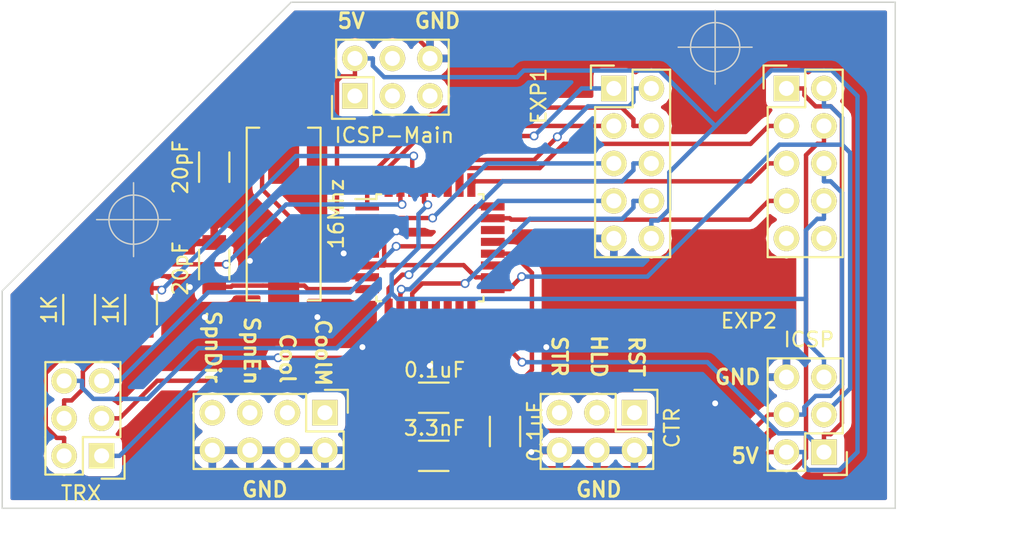
<source format=kicad_pcb>
(kicad_pcb (version 4) (host pcbnew 4.0.4+dfsg1-stable)

  (general
    (links 57)
    (no_connects 0)
    (area 163.525999 60.401999 224.078001 94.792001)
    (thickness 1.6)
    (drawings 27)
    (tracks 341)
    (zones 0)
    (modules 16)
    (nets 29)
  )

  (page A4)
  (layers
    (0 F.Cu signal)
    (31 B.Cu signal)
    (32 B.Adhes user)
    (33 F.Adhes user)
    (34 B.Paste user)
    (35 F.Paste user)
    (36 B.SilkS user)
    (37 F.SilkS user)
    (38 B.Mask user)
    (39 F.Mask user)
    (40 Dwgs.User user)
    (41 Cmts.User user)
    (42 Eco1.User user)
    (43 Eco2.User user)
    (44 Edge.Cuts user)
    (45 Margin user)
    (46 B.CrtYd user)
    (47 F.CrtYd user)
    (48 B.Fab user)
    (49 F.Fab user)
  )

  (setup
    (last_trace_width 0.3)
    (trace_clearance 0.2)
    (zone_clearance 0.508)
    (zone_45_only no)
    (trace_min 0.3)
    (segment_width 0.2)
    (edge_width 0.1)
    (via_size 0.6)
    (via_drill 0.4)
    (via_min_size 0.4)
    (via_min_drill 0.3)
    (uvia_size 0.3)
    (uvia_drill 0.1)
    (uvias_allowed no)
    (uvia_min_size 0.2)
    (uvia_min_drill 0.1)
    (pcb_text_width 0.3)
    (pcb_text_size 1.5 1.5)
    (mod_edge_width 0.15)
    (mod_text_size 1 1)
    (mod_text_width 0.15)
    (pad_size 3 3)
    (pad_drill 3)
    (pad_to_mask_clearance 0)
    (aux_axis_origin 213.36 82.55)
    (visible_elements FFFFFF7F)
    (pcbplotparams
      (layerselection 0x3ffff_80000001)
      (usegerberextensions false)
      (excludeedgelayer true)
      (linewidth 0.100000)
      (plotframeref false)
      (viasonmask false)
      (mode 1)
      (useauxorigin false)
      (hpglpennumber 1)
      (hpglpenspeed 20)
      (hpglpendiameter 15)
      (hpglpenoverlay 2)
      (psnegative false)
      (psa4output false)
      (plotreference true)
      (plotvalue true)
      (plotinvisibletext false)
      (padsonsilk false)
      (subtractmaskfromsilk false)
      (outputformat 1)
      (mirror false)
      (drillshape 0)
      (scaleselection 1)
      (outputdirectory gerber/))
  )

  (net 0 "")
  (net 1 GND)
  (net 2 "Net-(C2-Pad1)")
  (net 3 reset)
  (net 4 "Net-(C7-Pad1)")
  (net 5 "Net-(C8-Pad1)")
  (net 6 MISO)
  (net 7 +5V)
  (net 8 MOSI)
  (net 9 "Net-(IC1-Pad30)")
  (net 10 "Net-(IC1-Pad31)")
  (net 11 SCK)
  (net 12 TX_FTDI)
  (net 13 RX_FTDI)
  (net 14 LCDRS)
  (net 15 LCD4)
  (net 16 LCD5)
  (net 17 LCD6)
  (net 18 LCD7)
  (net 19 RX)
  (net 20 TX)
  (net 21 SD_CSEL)
  (net 22 SD_DET)
  (net 23 BTN_EN1)
  (net 24 BTN_EN2)
  (net 25 BTN_enc)
  (net 26 Beeper)
  (net 27 reset-ftdi)
  (net 28 LCDE)

  (net_class Default "This is the default net class."
    (clearance 0.2)
    (trace_width 0.3)
    (via_dia 0.6)
    (via_drill 0.4)
    (uvia_dia 0.3)
    (uvia_drill 0.1)
    (add_net +5V)
    (add_net BTN_EN1)
    (add_net BTN_EN2)
    (add_net BTN_enc)
    (add_net Beeper)
    (add_net GND)
    (add_net LCD4)
    (add_net LCD5)
    (add_net LCD6)
    (add_net LCD7)
    (add_net LCDE)
    (add_net LCDRS)
    (add_net MISO)
    (add_net MOSI)
    (add_net "Net-(C2-Pad1)")
    (add_net "Net-(C7-Pad1)")
    (add_net "Net-(C8-Pad1)")
    (add_net "Net-(IC1-Pad30)")
    (add_net "Net-(IC1-Pad31)")
    (add_net RX)
    (add_net RX_FTDI)
    (add_net SCK)
    (add_net SD_CSEL)
    (add_net SD_DET)
    (add_net TX)
    (add_net TX_FTDI)
    (add_net reset)
    (add_net reset-ftdi)
  )

  (net_class Power ""
    (clearance 0.3)
    (trace_width 0.8)
    (via_dia 1.2)
    (via_drill 0.4)
    (uvia_dia 0.3)
    (uvia_drill 0.1)
  )

  (module Capacitors_SMD:C_1206 (layer F.Cu) (tedit 57BC6DDE) (tstamp 57A5203A)
    (at 192.786 87.249)
    (descr "Capacitor SMD 1206, reflow soldering, AVX (see smccp.pdf)")
    (tags "capacitor 1206")
    (path /57A3C1B9)
    (attr smd)
    (fp_text reference C1 (at 0 -2.3) (layer F.SilkS) hide
      (effects (font (size 1 1) (thickness 0.15)))
    )
    (fp_text value 0.1uF (at 0.0508 -1.8796 180) (layer F.SilkS)
      (effects (font (size 1 1) (thickness 0.15)))
    )
    (fp_line (start -2.3 -1.15) (end 2.3 -1.15) (layer F.CrtYd) (width 0.05))
    (fp_line (start -2.3 1.15) (end 2.3 1.15) (layer F.CrtYd) (width 0.05))
    (fp_line (start -2.3 -1.15) (end -2.3 1.15) (layer F.CrtYd) (width 0.05))
    (fp_line (start 2.3 -1.15) (end 2.3 1.15) (layer F.CrtYd) (width 0.05))
    (fp_line (start 1 -1.025) (end -1 -1.025) (layer F.SilkS) (width 0.15))
    (fp_line (start -1 1.025) (end 1 1.025) (layer F.SilkS) (width 0.15))
    (pad 1 smd rect (at -1.5 0) (size 1 1.6) (layers F.Cu F.Paste F.Mask)
      (net 1 GND))
    (pad 2 smd rect (at 1.5 0) (size 1 1.6) (layers F.Cu F.Paste F.Mask)
      (net 7 +5V))
    (model Capacitors_SMD.3dshapes/C_1206.wrl
      (at (xyz 0 0 0))
      (scale (xyz 1 1 1))
      (rotate (xyz 0 0 0))
    )
  )

  (module Capacitors_SMD:C_1206 (layer F.Cu) (tedit 57BC6E28) (tstamp 57A52046)
    (at 197.612 89.535 270)
    (descr "Capacitor SMD 1206, reflow soldering, AVX (see smccp.pdf)")
    (tags "capacitor 1206")
    (path /57A3E94A)
    (attr smd)
    (fp_text reference C2 (at 0 -2.3 270) (layer F.SilkS) hide
      (effects (font (size 1 1) (thickness 0.15)))
    )
    (fp_text value 0.1uF (at 0 -2.032 270) (layer F.SilkS)
      (effects (font (size 1 1) (thickness 0.15)))
    )
    (fp_line (start -2.3 -1.15) (end 2.3 -1.15) (layer F.CrtYd) (width 0.05))
    (fp_line (start -2.3 1.15) (end 2.3 1.15) (layer F.CrtYd) (width 0.05))
    (fp_line (start -2.3 -1.15) (end -2.3 1.15) (layer F.CrtYd) (width 0.05))
    (fp_line (start 2.3 -1.15) (end 2.3 1.15) (layer F.CrtYd) (width 0.05))
    (fp_line (start 1 -1.025) (end -1 -1.025) (layer F.SilkS) (width 0.15))
    (fp_line (start -1 1.025) (end 1 1.025) (layer F.SilkS) (width 0.15))
    (pad 1 smd rect (at -1.5 0 270) (size 1 1.6) (layers F.Cu F.Paste F.Mask)
      (net 2 "Net-(C2-Pad1)"))
    (pad 2 smd rect (at 1.5 0 270) (size 1 1.6) (layers F.Cu F.Paste F.Mask)
      (net 1 GND))
    (model Capacitors_SMD.3dshapes/C_1206.wrl
      (at (xyz 0 0 0))
      (scale (xyz 1 1 1))
      (rotate (xyz 0 0 0))
    )
  )

  (module Capacitors_SMD:C_1206 (layer F.Cu) (tedit 57BC6DE1) (tstamp 57A52052)
    (at 192.786 91.186 180)
    (descr "Capacitor SMD 1206, reflow soldering, AVX (see smccp.pdf)")
    (tags "capacitor 1206")
    (path /57A3BD3C)
    (attr smd)
    (fp_text reference C3 (at 0 -2.3 180) (layer F.SilkS) hide
      (effects (font (size 1 1) (thickness 0.15)))
    )
    (fp_text value 3.3nF (at -0.0508 1.8796 180) (layer F.SilkS)
      (effects (font (size 1 1) (thickness 0.15)))
    )
    (fp_line (start -2.3 -1.15) (end 2.3 -1.15) (layer F.CrtYd) (width 0.05))
    (fp_line (start -2.3 1.15) (end 2.3 1.15) (layer F.CrtYd) (width 0.05))
    (fp_line (start -2.3 -1.15) (end -2.3 1.15) (layer F.CrtYd) (width 0.05))
    (fp_line (start 2.3 -1.15) (end 2.3 1.15) (layer F.CrtYd) (width 0.05))
    (fp_line (start 1 -1.025) (end -1 -1.025) (layer F.SilkS) (width 0.15))
    (fp_line (start -1 1.025) (end 1 1.025) (layer F.SilkS) (width 0.15))
    (pad 1 smd rect (at -1.5 0 180) (size 1 1.6) (layers F.Cu F.Paste F.Mask)
      (net 7 +5V))
    (pad 2 smd rect (at 1.5 0 180) (size 1 1.6) (layers F.Cu F.Paste F.Mask)
      (net 1 GND))
    (model Capacitors_SMD.3dshapes/C_1206.wrl
      (at (xyz 0 0 0))
      (scale (xyz 1 1 1))
      (rotate (xyz 0 0 0))
    )
  )

  (module Capacitors_SMD:C_1206 (layer F.Cu) (tedit 57BC7029) (tstamp 57A5209A)
    (at 177.927 71.628 270)
    (descr "Capacitor SMD 1206, reflow soldering, AVX (see smccp.pdf)")
    (tags "capacitor 1206")
    (path /57A36A2A)
    (attr smd)
    (fp_text reference C7 (at 0 -2.3 270) (layer F.SilkS) hide
      (effects (font (size 1 1) (thickness 0.15)))
    )
    (fp_text value 20pF (at 0 2.286 450) (layer F.SilkS)
      (effects (font (size 1 1) (thickness 0.15)))
    )
    (fp_line (start -2.3 -1.15) (end 2.3 -1.15) (layer F.CrtYd) (width 0.05))
    (fp_line (start -2.3 1.15) (end 2.3 1.15) (layer F.CrtYd) (width 0.05))
    (fp_line (start -2.3 -1.15) (end -2.3 1.15) (layer F.CrtYd) (width 0.05))
    (fp_line (start 2.3 -1.15) (end 2.3 1.15) (layer F.CrtYd) (width 0.05))
    (fp_line (start 1 -1.025) (end -1 -1.025) (layer F.SilkS) (width 0.15))
    (fp_line (start -1 1.025) (end 1 1.025) (layer F.SilkS) (width 0.15))
    (pad 1 smd rect (at -1.5 0 270) (size 1 1.6) (layers F.Cu F.Paste F.Mask)
      (net 4 "Net-(C7-Pad1)"))
    (pad 2 smd rect (at 1.5 0 270) (size 1 1.6) (layers F.Cu F.Paste F.Mask)
      (net 1 GND))
    (model Capacitors_SMD.3dshapes/C_1206.wrl
      (at (xyz 0 0 0))
      (scale (xyz 1 1 1))
      (rotate (xyz 0 0 0))
    )
  )

  (module Capacitors_SMD:C_1206 (layer F.Cu) (tedit 57BC702C) (tstamp 57A520A6)
    (at 177.927 78.232 90)
    (descr "Capacitor SMD 1206, reflow soldering, AVX (see smccp.pdf)")
    (tags "capacitor 1206")
    (path /57A36AFA)
    (attr smd)
    (fp_text reference C8 (at 0 -2.3 90) (layer F.SilkS) hide
      (effects (font (size 1 1) (thickness 0.15)))
    )
    (fp_text value 20pF (at -0.254 -2.286 270) (layer F.SilkS)
      (effects (font (size 1 1) (thickness 0.15)))
    )
    (fp_line (start -2.3 -1.15) (end 2.3 -1.15) (layer F.CrtYd) (width 0.05))
    (fp_line (start -2.3 1.15) (end 2.3 1.15) (layer F.CrtYd) (width 0.05))
    (fp_line (start -2.3 -1.15) (end -2.3 1.15) (layer F.CrtYd) (width 0.05))
    (fp_line (start 2.3 -1.15) (end 2.3 1.15) (layer F.CrtYd) (width 0.05))
    (fp_line (start 1 -1.025) (end -1 -1.025) (layer F.SilkS) (width 0.15))
    (fp_line (start -1 1.025) (end 1 1.025) (layer F.SilkS) (width 0.15))
    (pad 1 smd rect (at -1.5 0 90) (size 1 1.6) (layers F.Cu F.Paste F.Mask)
      (net 5 "Net-(C8-Pad1)"))
    (pad 2 smd rect (at 1.5 0 90) (size 1 1.6) (layers F.Cu F.Paste F.Mask)
      (net 1 GND))
    (model Capacitors_SMD.3dshapes/C_1206.wrl
      (at (xyz 0 0 0))
      (scale (xyz 1 1 1))
      (rotate (xyz 0 0 0))
    )
  )

  (module Housings_QFP:TQFP-32_7x7mm_Pitch0.8mm (layer F.Cu) (tedit 57A33BEE) (tstamp 57A52187)
    (at 192.532 77.089)
    (descr "32-Lead Plastic Thin Quad Flatpack (PT) - 7x7x1.0 mm Body, 2.00 mm [TQFP] (see Microchip Packaging Specification 00000049BS.pdf)")
    (tags "QFP 0.8")
    (path /57A30177)
    (attr smd)
    (fp_text reference IC1 (at 0 -6.05) (layer F.SilkS) hide
      (effects (font (size 1 1) (thickness 0.15)))
    )
    (fp_text value ATMEGA328P-A (at 0 6.05) (layer F.Fab) hide
      (effects (font (size 1 1) (thickness 0.15)))
    )
    (fp_line (start -5.3 -5.3) (end -5.3 5.3) (layer F.CrtYd) (width 0.05))
    (fp_line (start 5.3 -5.3) (end 5.3 5.3) (layer F.CrtYd) (width 0.05))
    (fp_line (start -5.3 -5.3) (end 5.3 -5.3) (layer F.CrtYd) (width 0.05))
    (fp_line (start -5.3 5.3) (end 5.3 5.3) (layer F.CrtYd) (width 0.05))
    (fp_line (start -3.625 -3.625) (end -3.625 -3.3) (layer F.SilkS) (width 0.15))
    (fp_line (start 3.625 -3.625) (end 3.625 -3.3) (layer F.SilkS) (width 0.15))
    (fp_line (start 3.625 3.625) (end 3.625 3.3) (layer F.SilkS) (width 0.15))
    (fp_line (start -3.625 3.625) (end -3.625 3.3) (layer F.SilkS) (width 0.15))
    (fp_line (start -3.625 -3.625) (end -3.3 -3.625) (layer F.SilkS) (width 0.15))
    (fp_line (start -3.625 3.625) (end -3.3 3.625) (layer F.SilkS) (width 0.15))
    (fp_line (start 3.625 3.625) (end 3.3 3.625) (layer F.SilkS) (width 0.15))
    (fp_line (start 3.625 -3.625) (end 3.3 -3.625) (layer F.SilkS) (width 0.15))
    (fp_line (start -3.625 -3.3) (end -5.05 -3.3) (layer F.SilkS) (width 0.15))
    (pad 1 smd rect (at -4.25 -2.8) (size 1.6 0.55) (layers F.Cu F.Paste F.Mask)
      (net 14 LCDRS))
    (pad 2 smd rect (at -4.25 -2) (size 1.6 0.55) (layers F.Cu F.Paste F.Mask)
      (net 15 LCD4))
    (pad 3 smd rect (at -4.25 -1.2) (size 1.6 0.55) (layers F.Cu F.Paste F.Mask)
      (net 1 GND))
    (pad 4 smd rect (at -4.25 -0.4) (size 1.6 0.55) (layers F.Cu F.Paste F.Mask)
      (net 7 +5V))
    (pad 5 smd rect (at -4.25 0.4) (size 1.6 0.55) (layers F.Cu F.Paste F.Mask)
      (net 1 GND))
    (pad 6 smd rect (at -4.25 1.2) (size 1.6 0.55) (layers F.Cu F.Paste F.Mask)
      (net 7 +5V))
    (pad 7 smd rect (at -4.25 2) (size 1.6 0.55) (layers F.Cu F.Paste F.Mask)
      (net 4 "Net-(C7-Pad1)"))
    (pad 8 smd rect (at -4.25 2.8) (size 1.6 0.55) (layers F.Cu F.Paste F.Mask)
      (net 5 "Net-(C8-Pad1)"))
    (pad 9 smd rect (at -2.8 4.25 90) (size 1.6 0.55) (layers F.Cu F.Paste F.Mask)
      (net 16 LCD5))
    (pad 10 smd rect (at -2 4.25 90) (size 1.6 0.55) (layers F.Cu F.Paste F.Mask)
      (net 17 LCD6))
    (pad 11 smd rect (at -1.2 4.25 90) (size 1.6 0.55) (layers F.Cu F.Paste F.Mask)
      (net 18 LCD7))
    (pad 12 smd rect (at -0.4 4.25 90) (size 1.6 0.55) (layers F.Cu F.Paste F.Mask)
      (net 20 TX))
    (pad 13 smd rect (at 0.4 4.25 90) (size 1.6 0.55) (layers F.Cu F.Paste F.Mask)
      (net 19 RX))
    (pad 14 smd rect (at 1.2 4.25 90) (size 1.6 0.55) (layers F.Cu F.Paste F.Mask)
      (net 21 SD_CSEL))
    (pad 15 smd rect (at 2 4.25 90) (size 1.6 0.55) (layers F.Cu F.Paste F.Mask)
      (net 8 MOSI))
    (pad 16 smd rect (at 2.8 4.25 90) (size 1.6 0.55) (layers F.Cu F.Paste F.Mask)
      (net 6 MISO))
    (pad 17 smd rect (at 4.25 2.8) (size 1.6 0.55) (layers F.Cu F.Paste F.Mask)
      (net 11 SCK))
    (pad 18 smd rect (at 4.25 2) (size 1.6 0.55) (layers F.Cu F.Paste F.Mask)
      (net 7 +5V))
    (pad 19 smd rect (at 4.25 1.2) (size 1.6 0.55) (layers F.Cu F.Paste F.Mask))
    (pad 20 smd rect (at 4.25 0.4) (size 1.6 0.55) (layers F.Cu F.Paste F.Mask)
      (net 2 "Net-(C2-Pad1)"))
    (pad 21 smd rect (at 4.25 -0.4) (size 1.6 0.55) (layers F.Cu F.Paste F.Mask)
      (net 1 GND))
    (pad 22 smd rect (at 4.25 -1.2) (size 1.6 0.55) (layers F.Cu F.Paste F.Mask))
    (pad 23 smd rect (at 4.25 -2) (size 1.6 0.55) (layers F.Cu F.Paste F.Mask)
      (net 22 SD_DET))
    (pad 24 smd rect (at 4.25 -2.8) (size 1.6 0.55) (layers F.Cu F.Paste F.Mask)
      (net 3 reset))
    (pad 25 smd rect (at 2.8 -4.25 90) (size 1.6 0.55) (layers F.Cu F.Paste F.Mask)
      (net 23 BTN_EN1))
    (pad 26 smd rect (at 2 -4.25 90) (size 1.6 0.55) (layers F.Cu F.Paste F.Mask)
      (net 24 BTN_EN2))
    (pad 27 smd rect (at 1.2 -4.25 90) (size 1.6 0.55) (layers F.Cu F.Paste F.Mask)
      (net 25 BTN_enc))
    (pad 28 smd rect (at 0.4 -4.25 90) (size 1.6 0.55) (layers F.Cu F.Paste F.Mask)
      (net 26 Beeper))
    (pad 29 smd rect (at -0.4 -4.25 90) (size 1.6 0.55) (layers F.Cu F.Paste F.Mask)
      (net 27 reset-ftdi))
    (pad 30 smd rect (at -1.2 -4.25 90) (size 1.6 0.55) (layers F.Cu F.Paste F.Mask)
      (net 9 "Net-(IC1-Pad30)"))
    (pad 31 smd rect (at -2 -4.25 90) (size 1.6 0.55) (layers F.Cu F.Paste F.Mask)
      (net 10 "Net-(IC1-Pad31)"))
    (pad 32 smd rect (at -2.8 -4.25 90) (size 1.6 0.55) (layers F.Cu F.Paste F.Mask)
      (net 28 LCDE))
    (model Housings_QFP.3dshapes/TQFP-32_7x7mm_Pitch0.8mm.wrl
      (at (xyz 0 0 0))
      (scale (xyz 1 1 1))
      (rotate (xyz 0 0 0))
    )
  )

  (module Pin_Headers:Pin_Header_Straight_2x03 (layer F.Cu) (tedit 57BD53D1) (tstamp 57A52217)
    (at 187.452 66.802 90)
    (descr "Through hole pin header")
    (tags "pin header")
    (path /57A4097D)
    (fp_text reference P1 (at 0 -5.1 90) (layer F.SilkS) hide
      (effects (font (size 1 1) (thickness 0.15)))
    )
    (fp_text value ICSP-Main (at -2.667 2.667 180) (layer F.SilkS)
      (effects (font (size 1 1) (thickness 0.15)))
    )
    (fp_line (start -1.27 1.27) (end -1.27 6.35) (layer F.SilkS) (width 0.15))
    (fp_line (start -1.55 -1.55) (end 0 -1.55) (layer F.SilkS) (width 0.15))
    (fp_line (start -1.75 -1.75) (end -1.75 6.85) (layer F.CrtYd) (width 0.05))
    (fp_line (start 4.3 -1.75) (end 4.3 6.85) (layer F.CrtYd) (width 0.05))
    (fp_line (start -1.75 -1.75) (end 4.3 -1.75) (layer F.CrtYd) (width 0.05))
    (fp_line (start -1.75 6.85) (end 4.3 6.85) (layer F.CrtYd) (width 0.05))
    (fp_line (start 1.27 -1.27) (end 1.27 1.27) (layer F.SilkS) (width 0.15))
    (fp_line (start 1.27 1.27) (end -1.27 1.27) (layer F.SilkS) (width 0.15))
    (fp_line (start -1.27 6.35) (end 3.81 6.35) (layer F.SilkS) (width 0.15))
    (fp_line (start 3.81 6.35) (end 3.81 1.27) (layer F.SilkS) (width 0.15))
    (fp_line (start -1.55 -1.55) (end -1.55 0) (layer F.SilkS) (width 0.15))
    (fp_line (start 3.81 -1.27) (end 1.27 -1.27) (layer F.SilkS) (width 0.15))
    (fp_line (start 3.81 1.27) (end 3.81 -1.27) (layer F.SilkS) (width 0.15))
    (pad 1 thru_hole rect (at 0 0 90) (size 1.7272 1.7272) (drill 1.016) (layers *.Cu *.Mask F.SilkS))
    (pad 2 thru_hole oval (at 2.54 0 90) (size 1.7272 1.7272) (drill 1.016) (layers *.Cu *.Mask F.SilkS)
      (net 7 +5V))
    (pad 3 thru_hole oval (at 0 2.54 90) (size 1.7272 1.7272) (drill 1.016) (layers *.Cu *.Mask F.SilkS))
    (pad 4 thru_hole oval (at 2.54 2.54 90) (size 1.7272 1.7272) (drill 1.016) (layers *.Cu *.Mask F.SilkS))
    (pad 5 thru_hole oval (at 0 5.08 90) (size 1.7272 1.7272) (drill 1.016) (layers *.Cu *.Mask F.SilkS))
    (pad 6 thru_hole oval (at 2.54 5.08 90) (size 1.7272 1.7272) (drill 1.016) (layers *.Cu *.Mask F.SilkS)
      (net 1 GND))
    (model Pin_Headers.3dshapes/Pin_Header_Straight_2x03.wrl
      (at (xyz 0.05 -0.1 0))
      (scale (xyz 1 1 1))
      (rotate (xyz 0 0 90))
    )
  )

  (module Resistors_SMD:R_1206 (layer F.Cu) (tedit 57BC6EBE) (tstamp 57A52304)
    (at 172.974 81.28 270)
    (descr "Resistor SMD 1206, reflow soldering, Vishay (see dcrcw.pdf)")
    (tags "resistor 1206")
    (path /57A3D09B)
    (attr smd)
    (fp_text reference R3 (at 0 -2.3 270) (layer F.SilkS) hide
      (effects (font (size 1 1) (thickness 0.15)))
    )
    (fp_text value 1K (at 0 2.032 270) (layer F.SilkS)
      (effects (font (size 1 1) (thickness 0.15)))
    )
    (fp_line (start -2.2 -1.2) (end 2.2 -1.2) (layer F.CrtYd) (width 0.05))
    (fp_line (start -2.2 1.2) (end 2.2 1.2) (layer F.CrtYd) (width 0.05))
    (fp_line (start -2.2 -1.2) (end -2.2 1.2) (layer F.CrtYd) (width 0.05))
    (fp_line (start 2.2 -1.2) (end 2.2 1.2) (layer F.CrtYd) (width 0.05))
    (fp_line (start 1 1.075) (end -1 1.075) (layer F.SilkS) (width 0.15))
    (fp_line (start -1 -1.075) (end 1 -1.075) (layer F.SilkS) (width 0.15))
    (pad 1 smd rect (at -1.45 0 270) (size 0.9 1.7) (layers F.Cu F.Paste F.Mask)
      (net 9 "Net-(IC1-Pad30)"))
    (pad 2 smd rect (at 1.45 0 270) (size 0.9 1.7) (layers F.Cu F.Paste F.Mask)
      (net 13 RX_FTDI))
    (model Resistors_SMD.3dshapes/R_1206.wrl
      (at (xyz 0 0 0))
      (scale (xyz 1 1 1))
      (rotate (xyz 0 0 0))
    )
  )

  (module Resistors_SMD:R_1206 (layer F.Cu) (tedit 57BD761F) (tstamp 57A52310)
    (at 168.783 81.28 270)
    (descr "Resistor SMD 1206, reflow soldering, Vishay (see dcrcw.pdf)")
    (tags "resistor 1206")
    (path /57A3D5FB)
    (attr smd)
    (fp_text reference R4 (at 0 -2.3 270) (layer F.SilkS) hide
      (effects (font (size 1 1) (thickness 0.15)))
    )
    (fp_text value 1K (at 0 2.032 270) (layer F.SilkS)
      (effects (font (size 1 1) (thickness 0.15)))
    )
    (fp_line (start -2.2 -1.2) (end 2.2 -1.2) (layer F.CrtYd) (width 0.05))
    (fp_line (start -2.2 1.2) (end 2.2 1.2) (layer F.CrtYd) (width 0.05))
    (fp_line (start -2.2 -1.2) (end -2.2 1.2) (layer F.CrtYd) (width 0.05))
    (fp_line (start 2.2 -1.2) (end 2.2 1.2) (layer F.CrtYd) (width 0.05))
    (fp_line (start 1 1.075) (end -1 1.075) (layer F.SilkS) (width 0.15))
    (fp_line (start -1 -1.075) (end 1 -1.075) (layer F.SilkS) (width 0.15))
    (pad 1 smd rect (at -1.45 0 270) (size 0.9 1.7) (layers F.Cu F.Paste F.Mask)
      (net 10 "Net-(IC1-Pad31)"))
    (pad 2 smd rect (at 1.45 0 270) (size 0.9 1.7) (layers F.Cu F.Paste F.Mask)
      (net 12 TX_FTDI))
    (model Resistors_SMD.3dshapes/R_1206.wrl
      (at (xyz 0 0 0))
      (scale (xyz 1 1 1))
      (rotate (xyz 0 0 0))
    )
  )

  (module Pin_Headers:Pin_Header_Straight_2x03 (layer F.Cu) (tedit 57BC6F57) (tstamp 57A83D25)
    (at 206.375 88.265 270)
    (descr "Through hole pin header")
    (tags "pin header")
    (path /57A85C9F)
    (fp_text reference P11 (at 0 -5.1 270) (layer F.SilkS) hide
      (effects (font (size 1 1) (thickness 0.15)))
    )
    (fp_text value CTR (at 1.016 -2.54 270) (layer F.SilkS)
      (effects (font (size 1 1) (thickness 0.15)))
    )
    (fp_line (start -1.27 1.27) (end -1.27 6.35) (layer F.SilkS) (width 0.15))
    (fp_line (start -1.55 -1.55) (end 0 -1.55) (layer F.SilkS) (width 0.15))
    (fp_line (start -1.75 -1.75) (end -1.75 6.85) (layer F.CrtYd) (width 0.05))
    (fp_line (start 4.3 -1.75) (end 4.3 6.85) (layer F.CrtYd) (width 0.05))
    (fp_line (start -1.75 -1.75) (end 4.3 -1.75) (layer F.CrtYd) (width 0.05))
    (fp_line (start -1.75 6.85) (end 4.3 6.85) (layer F.CrtYd) (width 0.05))
    (fp_line (start 1.27 -1.27) (end 1.27 1.27) (layer F.SilkS) (width 0.15))
    (fp_line (start 1.27 1.27) (end -1.27 1.27) (layer F.SilkS) (width 0.15))
    (fp_line (start -1.27 6.35) (end 3.81 6.35) (layer F.SilkS) (width 0.15))
    (fp_line (start 3.81 6.35) (end 3.81 1.27) (layer F.SilkS) (width 0.15))
    (fp_line (start -1.55 -1.55) (end -1.55 0) (layer F.SilkS) (width 0.15))
    (fp_line (start 3.81 -1.27) (end 1.27 -1.27) (layer F.SilkS) (width 0.15))
    (fp_line (start 3.81 1.27) (end 3.81 -1.27) (layer F.SilkS) (width 0.15))
    (pad 1 thru_hole rect (at 0 0 270) (size 1.7272 1.7272) (drill 1.016) (layers *.Cu *.Mask F.SilkS))
    (pad 2 thru_hole oval (at 2.54 0 270) (size 1.7272 1.7272) (drill 1.016) (layers *.Cu *.Mask F.SilkS)
      (net 1 GND))
    (pad 3 thru_hole oval (at 0 2.54 270) (size 1.7272 1.7272) (drill 1.016) (layers *.Cu *.Mask F.SilkS))
    (pad 4 thru_hole oval (at 2.54 2.54 270) (size 1.7272 1.7272) (drill 1.016) (layers *.Cu *.Mask F.SilkS)
      (net 1 GND))
    (pad 5 thru_hole oval (at 0 5.08 270) (size 1.7272 1.7272) (drill 1.016) (layers *.Cu *.Mask F.SilkS))
    (pad 6 thru_hole oval (at 2.54 5.08 270) (size 1.7272 1.7272) (drill 1.016) (layers *.Cu *.Mask F.SilkS)
      (net 1 GND))
    (model Pin_Headers.3dshapes/Pin_Header_Straight_2x03.wrl
      (at (xyz 0.05 -0.1 0))
      (scale (xyz 1 1 1))
      (rotate (xyz 0 0 90))
    )
  )

  (module Crystals:Crystal_HC49-SD_SMD (layer F.Cu) (tedit 57BC7025) (tstamp 57BC5432)
    (at 182.626 74.803 90)
    (descr "Crystal, Quarz, HC49-SD, SMD,")
    (tags "Crystal, Quarz, HC49-SD, SMD,")
    (path /57A362EB)
    (attr smd)
    (fp_text reference Y1 (at 0 -5.08 90) (layer F.SilkS) hide
      (effects (font (size 1 1) (thickness 0.15)))
    )
    (fp_text value 16Mhz (at 0 3.556 90) (layer F.SilkS)
      (effects (font (size 1 1) (thickness 0.15)))
    )
    (fp_circle (center 0 0) (end 0.8509 0) (layer F.Adhes) (width 0.381))
    (fp_circle (center 0 0) (end 0.50038 0) (layer F.Adhes) (width 0.381))
    (fp_circle (center 0 0) (end 0.14986 0.0508) (layer F.Adhes) (width 0.381))
    (fp_line (start -5.84962 2.49936) (end 5.84962 2.49936) (layer F.SilkS) (width 0.15))
    (fp_line (start 5.84962 -2.49936) (end -5.84962 -2.49936) (layer F.SilkS) (width 0.15))
    (fp_line (start 5.84962 2.49936) (end 5.84962 1.651) (layer F.SilkS) (width 0.15))
    (fp_line (start 5.84962 -2.49936) (end 5.84962 -1.651) (layer F.SilkS) (width 0.15))
    (fp_line (start -5.84962 2.49936) (end -5.84962 1.651) (layer F.SilkS) (width 0.15))
    (fp_line (start -5.84962 -2.49936) (end -5.84962 -1.651) (layer F.SilkS) (width 0.15))
    (pad 1 smd rect (at -4.84886 0 90) (size 5.6007 2.10058) (layers F.Cu F.Paste F.Mask)
      (net 5 "Net-(C8-Pad1)"))
    (pad 2 smd rect (at 4.84886 0 90) (size 5.6007 2.10058) (layers F.Cu F.Paste F.Mask)
      (net 4 "Net-(C7-Pad1)"))
  )

  (module Pin_Headers:Pin_Header_Straight_2x04 (layer F.Cu) (tedit 57BC6FF1) (tstamp 57BC6BA3)
    (at 185.42 88.265 270)
    (descr "Through hole pin header")
    (tags "pin header")
    (path /57BCE896)
    (fp_text reference P12 (at 0 -5.1 270) (layer F.SilkS) hide
      (effects (font (size 1 1) (thickness 0.15)))
    )
    (fp_text value CON (at 5.08 3.81 360) (layer F.SilkS) hide
      (effects (font (size 1 1) (thickness 0.15)))
    )
    (fp_line (start -1.75 -1.75) (end -1.75 9.4) (layer F.CrtYd) (width 0.05))
    (fp_line (start 4.3 -1.75) (end 4.3 9.4) (layer F.CrtYd) (width 0.05))
    (fp_line (start -1.75 -1.75) (end 4.3 -1.75) (layer F.CrtYd) (width 0.05))
    (fp_line (start -1.75 9.4) (end 4.3 9.4) (layer F.CrtYd) (width 0.05))
    (fp_line (start -1.27 1.27) (end -1.27 8.89) (layer F.SilkS) (width 0.15))
    (fp_line (start -1.27 8.89) (end 3.81 8.89) (layer F.SilkS) (width 0.15))
    (fp_line (start 3.81 8.89) (end 3.81 -1.27) (layer F.SilkS) (width 0.15))
    (fp_line (start 3.81 -1.27) (end 1.27 -1.27) (layer F.SilkS) (width 0.15))
    (fp_line (start 0 -1.55) (end -1.55 -1.55) (layer F.SilkS) (width 0.15))
    (fp_line (start 1.27 -1.27) (end 1.27 1.27) (layer F.SilkS) (width 0.15))
    (fp_line (start 1.27 1.27) (end -1.27 1.27) (layer F.SilkS) (width 0.15))
    (fp_line (start -1.55 -1.55) (end -1.55 0) (layer F.SilkS) (width 0.15))
    (pad 1 thru_hole rect (at 0 0 270) (size 1.7272 1.7272) (drill 1.016) (layers *.Cu *.Mask F.SilkS))
    (pad 2 thru_hole oval (at 2.54 0 270) (size 1.7272 1.7272) (drill 1.016) (layers *.Cu *.Mask F.SilkS)
      (net 1 GND))
    (pad 3 thru_hole oval (at 0 2.54 270) (size 1.7272 1.7272) (drill 1.016) (layers *.Cu *.Mask F.SilkS))
    (pad 4 thru_hole oval (at 2.54 2.54 270) (size 1.7272 1.7272) (drill 1.016) (layers *.Cu *.Mask F.SilkS)
      (net 1 GND))
    (pad 5 thru_hole oval (at 0 5.08 270) (size 1.7272 1.7272) (drill 1.016) (layers *.Cu *.Mask F.SilkS))
    (pad 6 thru_hole oval (at 2.54 5.08 270) (size 1.7272 1.7272) (drill 1.016) (layers *.Cu *.Mask F.SilkS)
      (net 1 GND))
    (pad 7 thru_hole oval (at 0 7.62 270) (size 1.7272 1.7272) (drill 1.016) (layers *.Cu *.Mask F.SilkS))
    (pad 8 thru_hole oval (at 2.54 7.62 270) (size 1.7272 1.7272) (drill 1.016) (layers *.Cu *.Mask F.SilkS)
      (net 1 GND))
    (model Pin_Headers.3dshapes/Pin_Header_Straight_2x04.wrl
      (at (xyz 0.05 -0.15 0))
      (scale (xyz 1 1 1))
      (rotate (xyz 0 0 90))
    )
  )

  (module Pin_Headers:Pin_Header_Straight_2x03 (layer F.Cu) (tedit 57BD78FC) (tstamp 57BD7992)
    (at 170.307 91.186 180)
    (descr "Through hole pin header")
    (tags "pin header")
    (path /57BDA6B9)
    (fp_text reference P13 (at 0 -5.1 180) (layer F.SilkS) hide
      (effects (font (size 1 1) (thickness 0.15)))
    )
    (fp_text value TRX (at 1.397 -2.54 180) (layer F.SilkS)
      (effects (font (size 1 1) (thickness 0.15)))
    )
    (fp_line (start -1.27 1.27) (end -1.27 6.35) (layer F.SilkS) (width 0.15))
    (fp_line (start -1.55 -1.55) (end 0 -1.55) (layer F.SilkS) (width 0.15))
    (fp_line (start -1.75 -1.75) (end -1.75 6.85) (layer F.CrtYd) (width 0.05))
    (fp_line (start 4.3 -1.75) (end 4.3 6.85) (layer F.CrtYd) (width 0.05))
    (fp_line (start -1.75 -1.75) (end 4.3 -1.75) (layer F.CrtYd) (width 0.05))
    (fp_line (start -1.75 6.85) (end 4.3 6.85) (layer F.CrtYd) (width 0.05))
    (fp_line (start 1.27 -1.27) (end 1.27 1.27) (layer F.SilkS) (width 0.15))
    (fp_line (start 1.27 1.27) (end -1.27 1.27) (layer F.SilkS) (width 0.15))
    (fp_line (start -1.27 6.35) (end 3.81 6.35) (layer F.SilkS) (width 0.15))
    (fp_line (start 3.81 6.35) (end 3.81 1.27) (layer F.SilkS) (width 0.15))
    (fp_line (start -1.55 -1.55) (end -1.55 0) (layer F.SilkS) (width 0.15))
    (fp_line (start 3.81 -1.27) (end 1.27 -1.27) (layer F.SilkS) (width 0.15))
    (fp_line (start 3.81 1.27) (end 3.81 -1.27) (layer F.SilkS) (width 0.15))
    (pad 1 thru_hole rect (at 0 0 180) (size 1.7272 1.7272) (drill 1.016) (layers *.Cu *.Mask F.SilkS)
      (net 20 TX))
    (pad 2 thru_hole oval (at 2.54 0 180) (size 1.7272 1.7272) (drill 1.016) (layers *.Cu *.Mask F.SilkS)
      (net 12 TX_FTDI))
    (pad 3 thru_hole oval (at 0 2.54 180) (size 1.7272 1.7272) (drill 1.016) (layers *.Cu *.Mask F.SilkS)
      (net 19 RX))
    (pad 4 thru_hole oval (at 2.54 2.54 180) (size 1.7272 1.7272) (drill 1.016) (layers *.Cu *.Mask F.SilkS)
      (net 13 RX_FTDI))
    (pad 5 thru_hole oval (at 0 5.08 180) (size 1.7272 1.7272) (drill 1.016) (layers *.Cu *.Mask F.SilkS)
      (net 3 reset))
    (pad 6 thru_hole oval (at 2.54 5.08 180) (size 1.7272 1.7272) (drill 1.016) (layers *.Cu *.Mask F.SilkS)
      (net 27 reset-ftdi))
    (model Pin_Headers.3dshapes/Pin_Header_Straight_2x03.wrl
      (at (xyz 0.05 -0.1 0))
      (scale (xyz 1 1 1))
      (rotate (xyz 0 0 90))
    )
  )

  (module Pin_Headers:Pin_Header_Straight_2x03 (layer F.Cu) (tedit 57BD9A08) (tstamp 57BD8090)
    (at 219.202 90.932 180)
    (descr "Through hole pin header")
    (tags "pin header")
    (path /57BD9377)
    (fp_text reference P2 (at 0 -5.1 180) (layer F.SilkS) hide
      (effects (font (size 1 1) (thickness 0.15)))
    )
    (fp_text value ICSP (at 1.016 7.62 180) (layer F.SilkS)
      (effects (font (size 1 1) (thickness 0.15)))
    )
    (fp_line (start -1.27 1.27) (end -1.27 6.35) (layer F.SilkS) (width 0.15))
    (fp_line (start -1.55 -1.55) (end 0 -1.55) (layer F.SilkS) (width 0.15))
    (fp_line (start -1.75 -1.75) (end -1.75 6.85) (layer F.CrtYd) (width 0.05))
    (fp_line (start 4.3 -1.75) (end 4.3 6.85) (layer F.CrtYd) (width 0.05))
    (fp_line (start -1.75 -1.75) (end 4.3 -1.75) (layer F.CrtYd) (width 0.05))
    (fp_line (start -1.75 6.85) (end 4.3 6.85) (layer F.CrtYd) (width 0.05))
    (fp_line (start 1.27 -1.27) (end 1.27 1.27) (layer F.SilkS) (width 0.15))
    (fp_line (start 1.27 1.27) (end -1.27 1.27) (layer F.SilkS) (width 0.15))
    (fp_line (start -1.27 6.35) (end 3.81 6.35) (layer F.SilkS) (width 0.15))
    (fp_line (start 3.81 6.35) (end 3.81 1.27) (layer F.SilkS) (width 0.15))
    (fp_line (start -1.55 -1.55) (end -1.55 0) (layer F.SilkS) (width 0.15))
    (fp_line (start 3.81 -1.27) (end 1.27 -1.27) (layer F.SilkS) (width 0.15))
    (fp_line (start 3.81 1.27) (end 3.81 -1.27) (layer F.SilkS) (width 0.15))
    (pad 1 thru_hole rect (at 0 0 180) (size 1.7272 1.7272) (drill 1.016) (layers *.Cu *.Mask F.SilkS)
      (net 6 MISO))
    (pad 2 thru_hole oval (at 2.54 0 180) (size 1.7272 1.7272) (drill 1.016) (layers *.Cu *.Mask F.SilkS)
      (net 7 +5V))
    (pad 3 thru_hole oval (at 0 2.54 180) (size 1.7272 1.7272) (drill 1.016) (layers *.Cu *.Mask F.SilkS)
      (net 11 SCK))
    (pad 4 thru_hole oval (at 2.54 2.54 180) (size 1.7272 1.7272) (drill 1.016) (layers *.Cu *.Mask F.SilkS)
      (net 8 MOSI))
    (pad 5 thru_hole oval (at 0 5.08 180) (size 1.7272 1.7272) (drill 1.016) (layers *.Cu *.Mask F.SilkS)
      (net 27 reset-ftdi))
    (pad 6 thru_hole oval (at 2.54 5.08 180) (size 1.7272 1.7272) (drill 1.016) (layers *.Cu *.Mask F.SilkS)
      (net 1 GND))
    (model Pin_Headers.3dshapes/Pin_Header_Straight_2x03.wrl
      (at (xyz 0.05 -0.1 0))
      (scale (xyz 1 1 1))
      (rotate (xyz 0 0 90))
    )
  )

  (module Pin_Headers:Pin_Header_Straight_2x05 (layer F.Cu) (tedit 57FE86E8) (tstamp 57BD9A6D)
    (at 204.978 66.294)
    (descr "Through hole pin header")
    (tags "pin header")
    (path /57BD8AAD)
    (fp_text reference P3 (at 0 -5.1) (layer F.SilkS) hide
      (effects (font (size 1 1) (thickness 0.15)))
    )
    (fp_text value EXP1 (at -5.08 0.508 90) (layer F.SilkS)
      (effects (font (size 1 1) (thickness 0.15)))
    )
    (fp_line (start -1.75 -1.75) (end -1.75 11.95) (layer F.CrtYd) (width 0.05))
    (fp_line (start 4.3 -1.75) (end 4.3 11.95) (layer F.CrtYd) (width 0.05))
    (fp_line (start -1.75 -1.75) (end 4.3 -1.75) (layer F.CrtYd) (width 0.05))
    (fp_line (start -1.75 11.95) (end 4.3 11.95) (layer F.CrtYd) (width 0.05))
    (fp_line (start 3.81 -1.27) (end 3.81 11.43) (layer F.SilkS) (width 0.15))
    (fp_line (start 3.81 11.43) (end -1.27 11.43) (layer F.SilkS) (width 0.15))
    (fp_line (start -1.27 11.43) (end -1.27 1.27) (layer F.SilkS) (width 0.15))
    (fp_line (start 3.81 -1.27) (end 1.27 -1.27) (layer F.SilkS) (width 0.15))
    (fp_line (start 0 -1.55) (end -1.55 -1.55) (layer F.SilkS) (width 0.15))
    (fp_line (start 1.27 -1.27) (end 1.27 1.27) (layer F.SilkS) (width 0.15))
    (fp_line (start 1.27 1.27) (end -1.27 1.27) (layer F.SilkS) (width 0.15))
    (fp_line (start -1.55 -1.55) (end -1.55 0) (layer F.SilkS) (width 0.15))
    (pad 1 thru_hole rect (at 0 0) (size 1.7272 1.7272) (drill 1.016) (layers *.Cu *.Mask F.SilkS)
      (net 26 Beeper))
    (pad 2 thru_hole oval (at 2.54 0) (size 1.7272 1.7272) (drill 1.016) (layers *.Cu *.Mask F.SilkS)
      (net 25 BTN_enc))
    (pad 3 thru_hole oval (at 0 2.54) (size 1.7272 1.7272) (drill 1.016) (layers *.Cu *.Mask F.SilkS)
      (net 28 LCDE))
    (pad 4 thru_hole oval (at 2.54 2.54) (size 1.7272 1.7272) (drill 1.016) (layers *.Cu *.Mask F.SilkS)
      (net 14 LCDRS))
    (pad 5 thru_hole oval (at 0 5.08) (size 1.7272 1.7272) (drill 1.016) (layers *.Cu *.Mask F.SilkS)
      (net 15 LCD4))
    (pad 6 thru_hole oval (at 2.54 5.08) (size 1.7272 1.7272) (drill 1.016) (layers *.Cu *.Mask F.SilkS)
      (net 16 LCD5))
    (pad 7 thru_hole oval (at 0 7.62) (size 1.7272 1.7272) (drill 1.016) (layers *.Cu *.Mask F.SilkS)
      (net 17 LCD6))
    (pad 8 thru_hole oval (at 2.54 7.62) (size 1.7272 1.7272) (drill 1.016) (layers *.Cu *.Mask F.SilkS)
      (net 18 LCD7))
    (pad 9 thru_hole oval (at 0 10.16) (size 1.7272 1.7272) (drill 1.016) (layers *.Cu *.Mask F.SilkS)
      (net 1 GND))
    (pad 10 thru_hole oval (at 2.54 10.16) (size 1.7272 1.7272) (drill 1.016) (layers *.Cu *.Mask F.SilkS)
      (net 7 +5V))
    (model Pin_Headers.3dshapes/Pin_Header_Straight_2x05.wrl
      (at (xyz 0.05 -0.2 0))
      (scale (xyz 1 1 1))
      (rotate (xyz 0 0 90))
    )
  )

  (module Pin_Headers:Pin_Header_Straight_2x05 (layer F.Cu) (tedit 57FE86A3) (tstamp 57BD9A7B)
    (at 216.662 66.294)
    (descr "Through hole pin header")
    (tags "pin header")
    (path /57BD8D72)
    (fp_text reference P4 (at 0 -5.1) (layer F.SilkS) hide
      (effects (font (size 1 1) (thickness 0.15)))
    )
    (fp_text value EXP2 (at -2.54 15.748) (layer F.SilkS)
      (effects (font (size 1 1) (thickness 0.15)))
    )
    (fp_line (start -1.75 -1.75) (end -1.75 11.95) (layer F.CrtYd) (width 0.05))
    (fp_line (start 4.3 -1.75) (end 4.3 11.95) (layer F.CrtYd) (width 0.05))
    (fp_line (start -1.75 -1.75) (end 4.3 -1.75) (layer F.CrtYd) (width 0.05))
    (fp_line (start -1.75 11.95) (end 4.3 11.95) (layer F.CrtYd) (width 0.05))
    (fp_line (start 3.81 -1.27) (end 3.81 11.43) (layer F.SilkS) (width 0.15))
    (fp_line (start 3.81 11.43) (end -1.27 11.43) (layer F.SilkS) (width 0.15))
    (fp_line (start -1.27 11.43) (end -1.27 1.27) (layer F.SilkS) (width 0.15))
    (fp_line (start 3.81 -1.27) (end 1.27 -1.27) (layer F.SilkS) (width 0.15))
    (fp_line (start 0 -1.55) (end -1.55 -1.55) (layer F.SilkS) (width 0.15))
    (fp_line (start 1.27 -1.27) (end 1.27 1.27) (layer F.SilkS) (width 0.15))
    (fp_line (start 1.27 1.27) (end -1.27 1.27) (layer F.SilkS) (width 0.15))
    (fp_line (start -1.55 -1.55) (end -1.55 0) (layer F.SilkS) (width 0.15))
    (pad 1 thru_hole rect (at 0 0) (size 1.7272 1.7272) (drill 1.016) (layers *.Cu *.Mask F.SilkS)
      (net 6 MISO))
    (pad 2 thru_hole oval (at 2.54 0) (size 1.7272 1.7272) (drill 1.016) (layers *.Cu *.Mask F.SilkS)
      (net 11 SCK))
    (pad 3 thru_hole oval (at 0 2.54) (size 1.7272 1.7272) (drill 1.016) (layers *.Cu *.Mask F.SilkS)
      (net 24 BTN_EN2))
    (pad 4 thru_hole oval (at 2.54 2.54) (size 1.7272 1.7272) (drill 1.016) (layers *.Cu *.Mask F.SilkS)
      (net 21 SD_CSEL))
    (pad 5 thru_hole oval (at 0 5.08) (size 1.7272 1.7272) (drill 1.016) (layers *.Cu *.Mask F.SilkS)
      (net 23 BTN_EN1))
    (pad 6 thru_hole oval (at 2.54 5.08) (size 1.7272 1.7272) (drill 1.016) (layers *.Cu *.Mask F.SilkS)
      (net 8 MOSI))
    (pad 7 thru_hole oval (at 0 7.62) (size 1.7272 1.7272) (drill 1.016) (layers *.Cu *.Mask F.SilkS)
      (net 22 SD_DET))
    (pad 8 thru_hole oval (at 2.54 7.62) (size 1.7272 1.7272) (drill 1.016) (layers *.Cu *.Mask F.SilkS)
      (net 27 reset-ftdi))
    (pad 9 thru_hole oval (at 0 10.16) (size 1.7272 1.7272) (drill 1.016) (layers *.Cu *.Mask F.SilkS))
    (pad 10 thru_hole oval (at 2.54 10.16) (size 1.7272 1.7272) (drill 1.016) (layers *.Cu *.Mask F.SilkS))
    (model Pin_Headers.3dshapes/Pin_Header_Straight_2x05.wrl
      (at (xyz 0.05 -0.2 0))
      (scale (xyz 1 1 1))
      (rotate (xyz 0 0 90))
    )
  )

  (target plus (at 211.836 63.5) (size 5) (width 0.1) (layer Edge.Cuts))
  (target plus (at 172.466 75.184) (size 5) (width 0.1) (layer Edge.Cuts))
  (dimension 34.29 (width 0.3) (layer Eco1.User)
    (gr_text "34.290 mm" (at 230.077 77.597 270) (layer Eco1.User)
      (effects (font (size 1.5 1.5) (thickness 0.3)))
    )
    (feature1 (pts (xy 224.028 94.742) (xy 231.427 94.742)))
    (feature2 (pts (xy 224.028 60.452) (xy 231.427 60.452)))
    (crossbar (pts (xy 228.727 60.452) (xy 228.727 94.742)))
    (arrow1a (pts (xy 228.727 94.742) (xy 228.140579 93.615496)))
    (arrow1b (pts (xy 228.727 94.742) (xy 229.313421 93.615496)))
    (arrow2a (pts (xy 228.727 60.452) (xy 228.140579 61.578504)))
    (arrow2b (pts (xy 228.727 60.452) (xy 229.313421 61.578504)))
  )
  (dimension 60.452 (width 0.3) (layer Eco1.User)
    (gr_text "60.452 mm" (at 193.802 98.886) (layer Eco1.User)
      (effects (font (size 1.5 1.5) (thickness 0.3)))
    )
    (feature1 (pts (xy 224.028 93.345) (xy 224.028 100.236)))
    (feature2 (pts (xy 163.576 93.345) (xy 163.576 100.236)))
    (crossbar (pts (xy 163.576 97.536) (xy 224.028 97.536)))
    (arrow1a (pts (xy 224.028 97.536) (xy 222.901496 98.122421)))
    (arrow1b (pts (xy 224.028 97.536) (xy 222.901496 96.949579)))
    (arrow2a (pts (xy 163.576 97.536) (xy 164.702504 98.122421)))
    (arrow2b (pts (xy 163.576 97.536) (xy 164.702504 96.949579)))
  )
  (gr_line (start 163.576 80.01) (end 163.576 94.742) (angle 90) (layer Edge.Cuts) (width 0.1))
  (gr_line (start 183.134 60.452) (end 224.028 60.452) (angle 90) (layer Edge.Cuts) (width 0.1))
  (gr_line (start 163.576 94.742) (end 163.576 80.01) (angle 90) (layer Eco1.User) (width 0.2))
  (gr_line (start 183.134 60.452) (end 224.028 60.452) (angle 90) (layer Eco1.User) (width 0.2))
  (gr_line (start 183.134 60.452) (end 163.576 80.01) (angle 90) (layer Edge.Cuts) (width 0.1))
  (gr_line (start 163.576 80.01) (end 183.134 60.452) (angle 90) (layer Eco1.User) (width 0.2))
  (gr_line (start 224.028 94.742) (end 163.576 94.742) (angle 90) (layer Edge.Cuts) (width 0.1))
  (gr_line (start 224.028 60.452) (end 224.028 94.742) (angle 90) (layer Edge.Cuts) (width 0.1))
  (gr_line (start 224.028 94.742) (end 163.576 94.742) (angle 90) (layer Eco1.User) (width 0.2))
  (gr_line (start 224.028 60.452) (end 224.028 94.742) (angle 90) (layer Eco1.User) (width 0.2))
  (gr_text GND (at 213.36 85.852) (layer F.SilkS)
    (effects (font (size 1 1) (thickness 0.2)))
  )
  (gr_text 5V (at 213.868 91.186) (layer F.SilkS)
    (effects (font (size 1 1) (thickness 0.2)))
  )
  (gr_text GND (at 203.962 93.472) (layer F.SilkS)
    (effects (font (size 1 1) (thickness 0.2)))
  )
  (gr_text GND (at 181.356 93.472) (layer F.SilkS)
    (effects (font (size 1 1) (thickness 0.2)))
  )
  (gr_text "SpnDir\n\n" (at 177.038 83.82 270) (layer F.SilkS)
    (effects (font (size 1 1) (thickness 0.2)))
  )
  (gr_text "SpnEn\n" (at 180.467 84.074 270) (layer F.SilkS)
    (effects (font (size 1 1) (thickness 0.2)))
  )
  (gr_text "Cool\n" (at 182.88 84.582 270) (layer F.SilkS)
    (effects (font (size 1 1) (thickness 0.2)))
  )
  (gr_text CoolM (at 185.293 84.201 270) (layer F.SilkS)
    (effects (font (size 1 1) (thickness 0.2)))
  )
  (gr_text STR (at 201.295 84.455 270) (layer F.SilkS)
    (effects (font (size 1 1) (thickness 0.2)))
  )
  (gr_text HLD (at 203.962 84.455 270) (layer F.SilkS)
    (effects (font (size 1 1) (thickness 0.2)))
  )
  (gr_text RST (at 206.502 84.455 270) (layer F.SilkS)
    (effects (font (size 1 1) (thickness 0.2)))
  )
  (gr_text GND (at 193.04 61.722) (layer F.SilkS)
    (effects (font (size 1 1) (thickness 0.2)))
  )
  (gr_text 5V (at 187.198 61.722) (layer F.SilkS)
    (effects (font (size 1 1) (thickness 0.2)))
  )

  (segment (start 177.927 76.732) (end 179.094 76.732) (width 0.3) (layer F.Cu) (net 1))
  (segment (start 180.34 77.978) (end 180.34 79.248) (width 0.3) (layer B.Cu) (net 1) (tstamp 57E3CD41))
  (via (at 180.34 77.978) (size 0.6) (drill 0.4) (layers F.Cu B.Cu) (net 1))
  (segment (start 179.094 76.732) (end 180.34 77.978) (width 0.3) (layer F.Cu) (net 1) (tstamp 57E3CD3C))
  (segment (start 190.246 75.946) (end 188.214 75.946) (width 0.3) (layer B.Cu) (net 1))
  (segment (start 186.709 77.489) (end 188.282 77.489) (width 0.3) (layer F.Cu) (net 1) (tstamp 57E3CD27))
  (segment (start 186.69 77.47) (end 186.709 77.489) (width 0.3) (layer F.Cu) (net 1) (tstamp 57E3CD26))
  (via (at 186.69 77.47) (size 0.6) (drill 0.4) (layers F.Cu B.Cu) (net 1))
  (segment (start 188.214 75.946) (end 186.69 77.47) (width 0.3) (layer B.Cu) (net 1) (tstamp 57E3CD1F))
  (segment (start 196.782 76.689) (end 201.695 76.689) (width 0.3) (layer F.Cu) (net 1))
  (segment (start 201.695 76.689) (end 201.93 76.454) (width 0.3) (layer F.Cu) (net 1) (tstamp 57E3CD11))
  (segment (start 192.532 83.82) (end 192.532 85.09) (width 0.3) (layer B.Cu) (net 1))
  (segment (start 199.39 90.932) (end 201.168 90.932) (width 0.3) (layer F.Cu) (net 1))
  (segment (start 201.168 90.932) (end 201.295 90.805) (width 0.3) (layer F.Cu) (net 1) (tstamp 57E3CCE3))
  (segment (start 201.295 90.805) (end 206.375 90.805) (width 0.3) (layer F.Cu) (net 1) (tstamp 57E3CCE5))
  (via (at 206.375 90.805) (size 0.6) (drill 0.4) (layers F.Cu B.Cu) (net 1))
  (segment (start 206.375 90.805) (end 206.502 90.678) (width 0.3) (layer B.Cu) (net 1) (tstamp 57E3CCEA))
  (segment (start 206.502 90.678) (end 208.788 90.678) (width 0.3) (layer B.Cu) (net 1) (tstamp 57E3CCEB))
  (segment (start 208.788 90.678) (end 211.836 87.63) (width 0.3) (layer B.Cu) (net 1) (tstamp 57E3CCF2))
  (via (at 211.836 87.63) (size 0.6) (drill 0.4) (layers F.Cu B.Cu) (net 1))
  (segment (start 211.836 87.63) (end 213.614 85.852) (width 0.3) (layer F.Cu) (net 1) (tstamp 57E3CCF5))
  (segment (start 213.614 85.852) (end 216.662 85.852) (width 0.3) (layer F.Cu) (net 1) (tstamp 57E3CCF6))
  (segment (start 191.286 87.249) (end 191.286 85.828) (width 0.3) (layer F.Cu) (net 1))
  (segment (start 191.286 85.828) (end 192.024 85.09) (width 0.3) (layer F.Cu) (net 1) (tstamp 57E3CCCC))
  (segment (start 192.024 85.09) (end 192.532 85.09) (width 0.3) (layer F.Cu) (net 1) (tstamp 57E3CCCE))
  (via (at 192.532 85.09) (size 0.6) (drill 0.4) (layers F.Cu B.Cu) (net 1))
  (segment (start 199.287 91.035) (end 197.612 91.035) (width 0.3) (layer F.Cu) (net 1) (tstamp 57E3CCDB))
  (segment (start 199.39 90.932) (end 199.287 91.035) (width 0.3) (layer F.Cu) (net 1) (tstamp 57E3CCDA))
  (via (at 199.39 90.932) (size 0.6) (drill 0.4) (layers F.Cu B.Cu) (net 1))
  (segment (start 192.532 85.09) (end 197.104 85.09) (width 0.3) (layer B.Cu) (net 1) (tstamp 57E3CCD1))
  (segment (start 197.104 85.09) (end 199.39 87.376) (width 0.3) (layer B.Cu) (net 1) (tstamp 57E3CCD2))
  (segment (start 199.39 87.376) (end 199.39 90.932) (width 0.3) (layer B.Cu) (net 1) (tstamp 57E3CCD5))
  (segment (start 185.42 90.805) (end 189.103 90.805) (width 0.3) (layer F.Cu) (net 1))
  (segment (start 189.484 91.186) (end 191.286 91.186) (width 0.3) (layer F.Cu) (net 1) (tstamp 57E3CCC5))
  (segment (start 189.103 90.805) (end 189.484 91.186) (width 0.3) (layer F.Cu) (net 1) (tstamp 57E3CCC4))
  (segment (start 177.8 90.805) (end 180.34 90.805) (width 0.3) (layer F.Cu) (net 1))
  (segment (start 180.34 90.805) (end 182.88 90.805) (width 0.3) (layer F.Cu) (net 1) (tstamp 57E3CCC0))
  (segment (start 182.88 90.805) (end 185.42 90.805) (width 0.3) (layer F.Cu) (net 1) (tstamp 57E3CCC1))
  (segment (start 191.286 87.249) (end 191.286 91.186) (width 0.3) (layer F.Cu) (net 1))
  (segment (start 192.532 64.262) (end 192.532 63.754) (width 0.3) (layer F.Cu) (net 1))
  (segment (start 192.532 63.754) (end 191.516 62.738) (width 0.3) (layer F.Cu) (net 1) (tstamp 57E3CCA2))
  (segment (start 191.516 62.738) (end 184.912 62.738) (width 0.3) (layer F.Cu) (net 1) (tstamp 57E3CCA4))
  (segment (start 184.912 62.738) (end 179.07 68.58) (width 0.3) (layer F.Cu) (net 1) (tstamp 57E3CCA6))
  (segment (start 179.07 68.58) (end 176.784 68.58) (width 0.3) (layer F.Cu) (net 1) (tstamp 57E3CCAA))
  (segment (start 176.784 68.58) (end 175.514 69.85) (width 0.3) (layer F.Cu) (net 1) (tstamp 57E3CCAC))
  (segment (start 175.514 69.85) (end 175.514 72.39) (width 0.3) (layer F.Cu) (net 1) (tstamp 57E3CCAD))
  (segment (start 175.514 72.39) (end 176.252 73.128) (width 0.3) (layer F.Cu) (net 1) (tstamp 57E3CCAF))
  (segment (start 176.252 73.128) (end 177.927 73.128) (width 0.3) (layer F.Cu) (net 1) (tstamp 57E3CCB0))
  (segment (start 177.927 73.128) (end 177.927 76.732) (width 0.3) (layer F.Cu) (net 1))
  (segment (start 204.978 76.454) (end 201.93 76.454) (width 0.3) (layer F.Cu) (net 1))
  (segment (start 190.189 75.889) (end 188.282 75.889) (width 0.3) (layer F.Cu) (net 1) (tstamp 57E3CC8E))
  (segment (start 190.246 75.946) (end 190.189 75.889) (width 0.3) (layer F.Cu) (net 1) (tstamp 57E3CC8D))
  (via (at 190.246 75.946) (size 0.6) (drill 0.4) (layers F.Cu B.Cu) (net 1))
  (segment (start 186.944 79.248) (end 190.246 75.946) (width 0.3) (layer B.Cu) (net 1) (tstamp 57E3CC84))
  (segment (start 180.34 79.248) (end 186.944 79.248) (width 0.3) (layer B.Cu) (net 1) (tstamp 57E3CD44))
  (segment (start 176.784 79.248) (end 180.34 79.248) (width 0.3) (layer B.Cu) (net 1) (tstamp 57E3CC83))
  (segment (start 192.532 83.82) (end 187.96 83.82) (width 0.3) (layer B.Cu) (net 1) (tstamp 57E3CD05))
  (via (at 187.96 83.82) (size 0.6) (drill 0.4) (layers F.Cu B.Cu) (net 1))
  (segment (start 187.96 83.82) (end 185.928 81.788) (width 0.3) (layer F.Cu) (net 1) (tstamp 57E3CC79))
  (segment (start 185.928 81.788) (end 184.912 81.788) (width 0.3) (layer F.Cu) (net 1) (tstamp 57E3CC7A))
  (via (at 184.912 81.788) (size 0.6) (drill 0.4) (layers F.Cu B.Cu) (net 1))
  (segment (start 184.912 81.788) (end 177.292 81.788) (width 0.3) (layer B.Cu) (net 1) (tstamp 57E3CC7C))
  (via (at 177.292 81.788) (size 0.6) (drill 0.4) (layers F.Cu B.Cu) (net 1))
  (segment (start 177.292 81.788) (end 176.276 80.772) (width 0.3) (layer F.Cu) (net 1) (tstamp 57E3CC7F))
  (segment (start 176.276 80.772) (end 176.276 79.756) (width 0.3) (layer F.Cu) (net 1) (tstamp 57E3CC80))
  (via (at 176.276 79.756) (size 0.6) (drill 0.4) (layers F.Cu B.Cu) (net 1))
  (segment (start 176.276 79.756) (end 176.784 79.248) (width 0.3) (layer B.Cu) (net 1) (tstamp 57E3CC82))
  (segment (start 200.406 83.82) (end 192.532 83.82) (width 0.3) (layer B.Cu) (net 1) (tstamp 57E3CC76))
  (via (at 200.406 83.82) (size 0.6) (drill 0.4) (layers F.Cu B.Cu) (net 1))
  (segment (start 200.406 77.978) (end 200.406 83.82) (width 0.3) (layer F.Cu) (net 1) (tstamp 57E3CC73))
  (segment (start 201.93 76.454) (end 200.406 77.978) (width 0.3) (layer F.Cu) (net 1) (tstamp 57E3CC71))
  (segment (start 199.4331 85.3636) (end 197.612 87.1847) (width 0.3) (layer F.Cu) (net 2))
  (segment (start 199.4331 78.7845) (end 199.4331 85.3636) (width 0.3) (layer F.Cu) (net 2))
  (segment (start 198.1376 77.489) (end 199.4331 78.7845) (width 0.3) (layer F.Cu) (net 2))
  (segment (start 196.782 77.489) (end 198.1376 77.489) (width 0.3) (layer F.Cu) (net 2))
  (segment (start 197.612 88.035) (end 197.612 87.1847) (width 0.3) (layer F.Cu) (net 2))
  (via (at 190.2437 76.9906) (size 0.6) (layers F.Cu B.Cu) (net 3))
  (segment (start 187.1256 80.1087) (end 190.2437 76.9906) (width 0.3) (layer B.Cu) (net 3))
  (segment (start 177.5182 80.1087) (end 187.1256 80.1087) (width 0.3) (layer B.Cu) (net 3))
  (segment (start 171.5209 86.106) (end 177.5182 80.1087) (width 0.3) (layer B.Cu) (net 3))
  (segment (start 192.9301 76.9906) (end 195.6317 74.289) (width 0.3) (layer F.Cu) (net 3))
  (segment (start 190.2437 76.9906) (end 192.9301 76.9906) (width 0.3) (layer F.Cu) (net 3))
  (segment (start 196.782 74.289) (end 195.6317 74.289) (width 0.3) (layer F.Cu) (net 3))
  (segment (start 170.307 86.106) (end 171.5209 86.106) (width 0.3) (layer B.Cu) (net 3))
  (segment (start 177.927 70.128) (end 179.0773 70.128) (width 0.3) (layer F.Cu) (net 4))
  (segment (start 188.282 79.089) (end 187.1317 79.089) (width 0.3) (layer F.Cu) (net 4))
  (segment (start 181.1676 70.128) (end 179.0773 70.128) (width 0.3) (layer F.Cu) (net 4))
  (segment (start 181.2254 70.0702) (end 181.1676 70.128) (width 0.3) (layer F.Cu) (net 4))
  (segment (start 181.2254 69.9541) (end 181.2254 70.0702) (width 0.3) (layer F.Cu) (net 4))
  (segment (start 181.1676 73.1249) (end 187.1317 79.089) (width 0.3) (layer F.Cu) (net 4))
  (segment (start 181.1676 70.128) (end 181.1676 73.1249) (width 0.3) (layer F.Cu) (net 4))
  (segment (start 182.626 69.9541) (end 181.2254 69.9541) (width 0.3) (layer F.Cu) (net 4))
  (segment (start 182.626 79.6519) (end 181.2254 79.6519) (width 0.3) (layer F.Cu) (net 5))
  (segment (start 184.2637 79.889) (end 184.0266 79.6519) (width 0.3) (layer F.Cu) (net 5))
  (segment (start 188.282 79.889) (end 184.2637 79.889) (width 0.3) (layer F.Cu) (net 5))
  (segment (start 182.626 79.6519) (end 184.0266 79.6519) (width 0.3) (layer F.Cu) (net 5))
  (segment (start 179.1574 79.6519) (end 179.0773 79.732) (width 0.3) (layer F.Cu) (net 5))
  (segment (start 181.2254 79.6519) (end 179.1574 79.6519) (width 0.3) (layer F.Cu) (net 5))
  (segment (start 177.927 79.732) (end 179.0773 79.732) (width 0.3) (layer F.Cu) (net 5))
  (via (at 198.7661 84.8417) (size 0.6) (layers F.Cu B.Cu) (net 6))
  (segment (start 211.3096 84.8417) (end 198.7661 84.8417) (width 0.3) (layer B.Cu) (net 6))
  (segment (start 216.1299 89.662) (end 211.3096 84.8417) (width 0.3) (layer B.Cu) (net 6))
  (segment (start 217.932 89.662) (end 216.1299 89.662) (width 0.3) (layer B.Cu) (net 6))
  (segment (start 219.202 90.932) (end 217.932 89.662) (width 0.3) (layer B.Cu) (net 6))
  (segment (start 196.4137 82.4893) (end 195.332 82.4893) (width 0.3) (layer F.Cu) (net 6))
  (segment (start 198.7661 84.8417) (end 196.4137 82.4893) (width 0.3) (layer F.Cu) (net 6))
  (segment (start 195.332 81.339) (end 195.332 82.4893) (width 0.3) (layer F.Cu) (net 6))
  (segment (start 219.6573 89.7181) (end 219.202 89.7181) (width 0.3) (layer F.Cu) (net 6))
  (segment (start 220.4159 88.9595) (end 219.6573 89.7181) (width 0.3) (layer F.Cu) (net 6))
  (segment (start 220.4159 68.2625) (end 220.4159 88.9595) (width 0.3) (layer F.Cu) (net 6))
  (segment (start 219.6613 67.5079) (end 220.4159 68.2625) (width 0.3) (layer F.Cu) (net 6))
  (segment (start 218.6345 67.5079) (end 219.6613 67.5079) (width 0.3) (layer F.Cu) (net 6))
  (segment (start 217.8759 66.7493) (end 218.6345 67.5079) (width 0.3) (layer F.Cu) (net 6))
  (segment (start 217.8759 66.294) (end 217.8759 66.7493) (width 0.3) (layer F.Cu) (net 6))
  (segment (start 216.662 66.294) (end 217.8759 66.294) (width 0.3) (layer F.Cu) (net 6))
  (segment (start 219.202 90.932) (end 219.202 89.7181) (width 0.3) (layer F.Cu) (net 6))
  (segment (start 196.782 79.089) (end 195.6317 79.089) (width 0.3) (layer F.Cu) (net 7))
  (segment (start 188.282 76.689) (end 189.4323 76.689) (width 0.3) (layer F.Cu) (net 7))
  (segment (start 189.4323 76.689) (end 189.4323 78.289) (width 0.3) (layer F.Cu) (net 7))
  (segment (start 188.282 78.289) (end 189.4323 78.289) (width 0.3) (layer F.Cu) (net 7))
  (segment (start 207.518 76.454) (end 207.518 75.2401) (width 0.3) (layer B.Cu) (net 7))
  (segment (start 216.662 90.932) (end 217.8759 90.932) (width 0.3) (layer B.Cu) (net 7))
  (segment (start 187.452 64.262) (end 188.6659 64.262) (width 0.3) (layer B.Cu) (net 7))
  (segment (start 188.6659 64.765) (end 188.6659 64.262) (width 0.3) (layer B.Cu) (net 7))
  (segment (start 189.4329 65.532) (end 188.6659 64.765) (width 0.3) (layer B.Cu) (net 7))
  (segment (start 198.4299 65.532) (end 189.4329 65.532) (width 0.3) (layer B.Cu) (net 7))
  (segment (start 198.8819 65.08) (end 198.4299 65.532) (width 0.3) (layer B.Cu) (net 7))
  (segment (start 208.0839 65.08) (end 198.8819 65.08) (width 0.3) (layer B.Cu) (net 7))
  (segment (start 211.8554 68.8514) (end 208.0839 65.08) (width 0.3) (layer B.Cu) (net 7))
  (segment (start 208.7319 71.9749) (end 211.8554 68.8514) (width 0.3) (layer B.Cu) (net 7))
  (segment (start 208.7319 74.4815) (end 208.7319 71.9749) (width 0.3) (layer B.Cu) (net 7))
  (segment (start 207.9733 75.2401) (end 208.7319 74.4815) (width 0.3) (layer B.Cu) (net 7))
  (segment (start 207.518 75.2401) (end 207.9733 75.2401) (width 0.3) (layer B.Cu) (net 7))
  (segment (start 217.8759 91.8793) (end 217.8759 90.932) (width 0.3) (layer B.Cu) (net 7))
  (segment (start 218.1426 92.146) (end 217.8759 91.8793) (width 0.3) (layer B.Cu) (net 7))
  (segment (start 220.2535 92.146) (end 218.1426 92.146) (width 0.3) (layer B.Cu) (net 7))
  (segment (start 221.4718 90.9277) (end 220.2535 92.146) (width 0.3) (layer B.Cu) (net 7))
  (segment (start 221.4718 66.8109) (end 221.4718 90.9277) (width 0.3) (layer B.Cu) (net 7))
  (segment (start 219.7279 65.067) (end 221.4718 66.8109) (width 0.3) (layer B.Cu) (net 7))
  (segment (start 215.6398 65.067) (end 219.7279 65.067) (width 0.3) (layer B.Cu) (net 7))
  (segment (start 211.8554 68.8514) (end 215.6398 65.067) (width 0.3) (layer B.Cu) (net 7))
  (segment (start 195.9789 92.0286) (end 195.1363 91.186) (width 0.3) (layer F.Cu) (net 7))
  (segment (start 214.3515 92.0286) (end 195.9789 92.0286) (width 0.3) (layer F.Cu) (net 7))
  (segment (start 215.4481 90.932) (end 214.3515 92.0286) (width 0.3) (layer F.Cu) (net 7))
  (segment (start 216.662 90.932) (end 215.4481 90.932) (width 0.3) (layer F.Cu) (net 7))
  (segment (start 194.286 91.186) (end 194.7112 91.186) (width 0.3) (layer F.Cu) (net 7))
  (segment (start 194.7112 91.186) (end 195.1363 91.186) (width 0.3) (layer F.Cu) (net 7))
  (segment (start 194.286 90.7608) (end 194.286 87.249) (width 0.3) (layer F.Cu) (net 7))
  (segment (start 194.7112 91.186) (end 194.286 90.7608) (width 0.3) (layer F.Cu) (net 7))
  (segment (start 186.238 75.7953) (end 187.1317 76.689) (width 0.3) (layer F.Cu) (net 7))
  (segment (start 186.238 65.7795) (end 186.238 75.7953) (width 0.3) (layer F.Cu) (net 7))
  (segment (start 186.5416 65.4759) (end 186.238 65.7795) (width 0.3) (layer F.Cu) (net 7))
  (segment (start 187.452 65.4759) (end 186.5416 65.4759) (width 0.3) (layer F.Cu) (net 7))
  (segment (start 187.452 64.262) (end 187.452 65.4759) (width 0.3) (layer F.Cu) (net 7))
  (segment (start 188.282 76.689) (end 187.1317 76.689) (width 0.3) (layer F.Cu) (net 7))
  (segment (start 189.4545 78.2668) (end 189.4323 78.289) (width 0.3) (layer F.Cu) (net 7))
  (segment (start 194.8095 78.2668) (end 189.4545 78.2668) (width 0.3) (layer F.Cu) (net 7))
  (segment (start 195.6317 79.089) (end 194.8095 78.2668) (width 0.3) (layer F.Cu) (net 7))
  (segment (start 217.8759 87.889) (end 217.8759 88.392) (width 0.3) (layer B.Cu) (net 8))
  (segment (start 218.6429 87.122) (end 217.8759 87.889) (width 0.3) (layer B.Cu) (net 8))
  (segment (start 219.6537 87.122) (end 218.6429 87.122) (width 0.3) (layer B.Cu) (net 8))
  (segment (start 220.4199 86.3558) (end 219.6537 87.122) (width 0.3) (layer B.Cu) (net 8))
  (segment (start 220.4199 73.3506) (end 220.4199 86.3558) (width 0.3) (layer B.Cu) (net 8))
  (segment (start 219.6572 72.5879) (end 220.4199 73.3506) (width 0.3) (layer B.Cu) (net 8))
  (segment (start 219.202 72.5879) (end 219.6572 72.5879) (width 0.3) (layer B.Cu) (net 8))
  (segment (start 219.202 71.374) (end 219.202 72.5879) (width 0.3) (layer B.Cu) (net 8))
  (segment (start 216.662 88.392) (end 217.8759 88.392) (width 0.3) (layer B.Cu) (net 8))
  (segment (start 194.532 84.1282) (end 194.532 81.339) (width 0.3) (layer F.Cu) (net 8))
  (segment (start 196.4616 86.0578) (end 194.532 84.1282) (width 0.3) (layer F.Cu) (net 8))
  (segment (start 196.4616 88.7228) (end 196.4616 86.0578) (width 0.3) (layer F.Cu) (net 8))
  (segment (start 197.223 89.4842) (end 196.4616 88.7228) (width 0.3) (layer F.Cu) (net 8))
  (segment (start 214.3559 89.4842) (end 197.223 89.4842) (width 0.3) (layer F.Cu) (net 8))
  (segment (start 215.4481 88.392) (end 214.3559 89.4842) (width 0.3) (layer F.Cu) (net 8))
  (segment (start 216.662 88.392) (end 215.4481 88.392) (width 0.3) (layer F.Cu) (net 8))
  (via (at 174.3769 79.9557) (size 0.6) (layers F.Cu B.Cu) (net 9))
  (via (at 191.4295 70.8711) (size 0.6) (layers F.Cu B.Cu) (net 9))
  (segment (start 174.3 79.9557) (end 174.3769 79.9557) (width 0.3) (layer F.Cu) (net 9))
  (segment (start 174.1743 79.83) (end 174.3 79.9557) (width 0.3) (layer F.Cu) (net 9))
  (segment (start 183.4615 70.8711) (end 191.4295 70.8711) (width 0.3) (layer B.Cu) (net 9))
  (segment (start 174.3769 79.9557) (end 183.4615 70.8711) (width 0.3) (layer B.Cu) (net 9))
  (segment (start 191.332 70.9686) (end 191.332 72.839) (width 0.3) (layer F.Cu) (net 9))
  (segment (start 191.4295 70.8711) (end 191.332 70.9686) (width 0.3) (layer F.Cu) (net 9))
  (segment (start 172.974 79.83) (end 174.1743 79.83) (width 0.3) (layer F.Cu) (net 9))
  (via (at 178.742 78.21) (size 0.6) (layers F.Cu B.Cu) (net 10))
  (via (at 190.6385 74.1541) (size 0.6) (layers F.Cu B.Cu) (net 10))
  (segment (start 169.6027 78.21) (end 178.742 78.21) (width 0.3) (layer F.Cu) (net 10))
  (segment (start 168.783 79.0297) (end 169.6027 78.21) (width 0.3) (layer F.Cu) (net 10))
  (segment (start 182.7979 74.1541) (end 190.6385 74.1541) (width 0.3) (layer B.Cu) (net 10))
  (segment (start 178.742 78.21) (end 182.7979 74.1541) (width 0.3) (layer B.Cu) (net 10))
  (segment (start 190.532 74.0476) (end 190.532 72.839) (width 0.3) (layer F.Cu) (net 10))
  (segment (start 190.6385 74.1541) (end 190.532 74.0476) (width 0.3) (layer F.Cu) (net 10))
  (segment (start 168.783 79.83) (end 168.783 79.0297) (width 0.3) (layer F.Cu) (net 10))
  (via (at 198.7373 79.0437) (size 0.6) (layers F.Cu B.Cu) (net 11))
  (segment (start 219.202 66.294) (end 219.202 67.5079) (width 0.3) (layer B.Cu) (net 11))
  (segment (start 219.6572 67.5079) (end 219.202 67.5079) (width 0.3) (layer B.Cu) (net 11))
  (segment (start 220.4273 68.278) (end 219.6572 67.5079) (width 0.3) (layer B.Cu) (net 11))
  (segment (start 220.4273 70.104) (end 220.4273 68.278) (width 0.3) (layer B.Cu) (net 11))
  (segment (start 207.2474 79.0437) (end 198.7373 79.0437) (width 0.3) (layer B.Cu) (net 11))
  (segment (start 216.1871 70.104) (end 207.2474 79.0437) (width 0.3) (layer B.Cu) (net 11))
  (segment (start 220.4273 70.104) (end 216.1871 70.104) (width 0.3) (layer B.Cu) (net 11))
  (segment (start 197.9323 79.8487) (end 197.9323 79.889) (width 0.3) (layer F.Cu) (net 11))
  (segment (start 198.7373 79.0437) (end 197.9323 79.8487) (width 0.3) (layer F.Cu) (net 11))
  (segment (start 220.9714 70.6481) (end 220.4273 70.104) (width 0.3) (layer B.Cu) (net 11))
  (segment (start 220.9714 86.6226) (end 220.9714 70.6481) (width 0.3) (layer B.Cu) (net 11))
  (segment (start 219.202 88.392) (end 220.9714 86.6226) (width 0.3) (layer B.Cu) (net 11))
  (segment (start 196.782 79.889) (end 197.9323 79.889) (width 0.3) (layer F.Cu) (net 11))
  (segment (start 167.264 89.9721) (end 167.767 89.9721) (width 0.3) (layer F.Cu) (net 12))
  (segment (start 166.5239 89.232) (end 167.264 89.9721) (width 0.3) (layer F.Cu) (net 12))
  (segment (start 166.5239 85.5893) (end 166.5239 89.232) (width 0.3) (layer F.Cu) (net 12))
  (segment (start 168.5829 83.5303) (end 166.5239 85.5893) (width 0.3) (layer F.Cu) (net 12))
  (segment (start 168.783 83.5303) (end 168.5829 83.5303) (width 0.3) (layer F.Cu) (net 12))
  (segment (start 168.783 82.73) (end 168.783 83.5303) (width 0.3) (layer F.Cu) (net 12))
  (segment (start 167.767 91.186) (end 167.767 89.9721) (width 0.3) (layer F.Cu) (net 12))
  (segment (start 168.27 87.4321) (end 167.767 87.4321) (width 0.3) (layer F.Cu) (net 13))
  (segment (start 169.037 86.6651) (end 168.27 87.4321) (width 0.3) (layer F.Cu) (net 13))
  (segment (start 169.037 85.4667) (end 169.037 86.6651) (width 0.3) (layer F.Cu) (net 13))
  (segment (start 171.7737 82.73) (end 169.037 85.4667) (width 0.3) (layer F.Cu) (net 13))
  (segment (start 172.974 82.73) (end 171.7737 82.73) (width 0.3) (layer F.Cu) (net 13))
  (segment (start 167.767 88.646) (end 167.767 87.4321) (width 0.3) (layer F.Cu) (net 13))
  (segment (start 207.518 68.834) (end 206.3041 68.834) (width 0.3) (layer F.Cu) (net 14))
  (segment (start 188.282 72.3915) (end 188.282 74.289) (width 0.3) (layer F.Cu) (net 14))
  (segment (start 192.6575 68.016) (end 188.282 72.3915) (width 0.3) (layer F.Cu) (net 14))
  (segment (start 193.051 68.016) (end 192.6575 68.016) (width 0.3) (layer F.Cu) (net 14))
  (segment (start 193.4757 67.5913) (end 193.051 68.016) (width 0.3) (layer F.Cu) (net 14))
  (segment (start 205.5166 67.5913) (end 193.4757 67.5913) (width 0.3) (layer F.Cu) (net 14))
  (segment (start 206.3041 68.3788) (end 205.5166 67.5913) (width 0.3) (layer F.Cu) (net 14))
  (segment (start 206.3041 68.834) (end 206.3041 68.3788) (width 0.3) (layer F.Cu) (net 14))
  (via (at 192.7099 75.0745) (size 0.6) (layers F.Cu B.Cu) (net 15))
  (segment (start 189.4468 75.0745) (end 189.4323 75.089) (width 0.3) (layer F.Cu) (net 15))
  (segment (start 192.7099 75.0745) (end 189.4468 75.0745) (width 0.3) (layer F.Cu) (net 15))
  (segment (start 188.282 75.089) (end 189.4323 75.089) (width 0.3) (layer F.Cu) (net 15))
  (segment (start 196.4104 71.374) (end 192.7099 75.0745) (width 0.3) (layer B.Cu) (net 15))
  (segment (start 204.978 71.374) (end 196.4104 71.374) (width 0.3) (layer B.Cu) (net 15))
  (via (at 191.1054 78.9171) (size 0.6) (layers F.Cu B.Cu) (net 16))
  (segment (start 197.4346 72.5879) (end 191.1054 78.9171) (width 0.3) (layer B.Cu) (net 16))
  (segment (start 205.5455 72.5879) (end 197.4346 72.5879) (width 0.3) (layer B.Cu) (net 16))
  (segment (start 206.3041 71.8293) (end 205.5455 72.5879) (width 0.3) (layer B.Cu) (net 16))
  (segment (start 206.3041 71.374) (end 206.3041 71.8293) (width 0.3) (layer B.Cu) (net 16))
  (segment (start 207.518 71.374) (end 206.3041 71.374) (width 0.3) (layer B.Cu) (net 16))
  (segment (start 189.732 79.839) (end 189.732 81.339) (width 0.3) (layer F.Cu) (net 16))
  (segment (start 190.6539 78.9171) (end 189.732 79.839) (width 0.3) (layer F.Cu) (net 16))
  (segment (start 191.1054 78.9171) (end 190.6539 78.9171) (width 0.3) (layer F.Cu) (net 16))
  (via (at 190.591 79.8996) (size 0.6) (layers F.Cu B.Cu) (net 17))
  (segment (start 191.1734 79.8996) (end 190.591 79.8996) (width 0.3) (layer B.Cu) (net 17))
  (segment (start 197.159 73.914) (end 191.1734 79.8996) (width 0.3) (layer B.Cu) (net 17))
  (segment (start 204.978 73.914) (end 197.159 73.914) (width 0.3) (layer B.Cu) (net 17))
  (segment (start 190.591 80.1297) (end 190.532 80.1887) (width 0.3) (layer F.Cu) (net 17))
  (segment (start 190.591 79.8996) (end 190.591 80.1297) (width 0.3) (layer F.Cu) (net 17))
  (segment (start 190.532 81.339) (end 190.532 80.1887) (width 0.3) (layer F.Cu) (net 17))
  (via (at 194.9044 79.5107) (size 0.6) (layers F.Cu B.Cu) (net 18))
  (segment (start 199.2872 75.1279) (end 194.9044 79.5107) (width 0.3) (layer B.Cu) (net 18))
  (segment (start 205.5455 75.1279) (end 199.2872 75.1279) (width 0.3) (layer B.Cu) (net 18))
  (segment (start 206.3041 74.3693) (end 205.5455 75.1279) (width 0.3) (layer B.Cu) (net 18))
  (segment (start 206.3041 73.914) (end 206.3041 74.3693) (width 0.3) (layer B.Cu) (net 18))
  (segment (start 192.01 79.5107) (end 191.332 80.1887) (width 0.3) (layer F.Cu) (net 18))
  (segment (start 194.9044 79.5107) (end 192.01 79.5107) (width 0.3) (layer F.Cu) (net 18))
  (segment (start 207.518 73.914) (end 206.3041 73.914) (width 0.3) (layer B.Cu) (net 18))
  (segment (start 191.332 81.339) (end 191.332 80.1887) (width 0.3) (layer F.Cu) (net 18))
  (segment (start 189.3227 86.0986) (end 192.932 82.4893) (width 0.3) (layer F.Cu) (net 19))
  (segment (start 174.0683 86.0986) (end 189.3227 86.0986) (width 0.3) (layer F.Cu) (net 19))
  (segment (start 171.5209 88.646) (end 174.0683 86.0986) (width 0.3) (layer F.Cu) (net 19))
  (segment (start 170.307 88.646) (end 171.5209 88.646) (width 0.3) (layer F.Cu) (net 19))
  (segment (start 192.932 81.339) (end 192.932 82.4893) (width 0.3) (layer F.Cu) (net 19))
  (via (at 182.2493 84.5449) (size 0.6) (layers F.Cu B.Cu) (net 20))
  (segment (start 178.162 84.5449) (end 182.2493 84.5449) (width 0.3) (layer B.Cu) (net 20))
  (segment (start 171.5209 91.186) (end 178.162 84.5449) (width 0.3) (layer B.Cu) (net 20))
  (segment (start 190.0764 84.5449) (end 192.132 82.4893) (width 0.3) (layer F.Cu) (net 20))
  (segment (start 182.2493 84.5449) (end 190.0764 84.5449) (width 0.3) (layer F.Cu) (net 20))
  (segment (start 192.132 81.339) (end 192.132 82.4893) (width 0.3) (layer F.Cu) (net 20))
  (segment (start 170.307 91.186) (end 171.5209 91.186) (width 0.3) (layer B.Cu) (net 20))
  (segment (start 193.732 84.1668) (end 193.732 81.339) (width 0.3) (layer F.Cu) (net 21))
  (segment (start 193.4356 84.4632) (end 193.732 84.1668) (width 0.3) (layer F.Cu) (net 21))
  (segment (start 193.4356 92.2335) (end 193.4356 84.4632) (width 0.3) (layer F.Cu) (net 21))
  (segment (start 193.7873 92.5852) (end 193.4356 92.2335) (width 0.3) (layer F.Cu) (net 21))
  (segment (start 216.7339 92.5852) (end 193.7873 92.5852) (width 0.3) (layer F.Cu) (net 21))
  (segment (start 217.9881 91.331) (end 216.7339 92.5852) (width 0.3) (layer F.Cu) (net 21))
  (segment (start 217.9881 70.8065) (end 217.9881 91.331) (width 0.3) (layer F.Cu) (net 21))
  (segment (start 218.7467 70.0479) (end 217.9881 70.8065) (width 0.3) (layer F.Cu) (net 21))
  (segment (start 219.202 70.0479) (end 218.7467 70.0479) (width 0.3) (layer F.Cu) (net 21))
  (segment (start 219.202 68.834) (end 219.202 70.0479) (width 0.3) (layer F.Cu) (net 21))
  (segment (start 198.0273 75.184) (end 197.9323 75.089) (width 0.3) (layer F.Cu) (net 22))
  (segment (start 214.1781 75.184) (end 198.0273 75.184) (width 0.3) (layer F.Cu) (net 22))
  (segment (start 215.4481 73.914) (end 214.1781 75.184) (width 0.3) (layer F.Cu) (net 22))
  (segment (start 216.662 73.914) (end 215.4481 73.914) (width 0.3) (layer F.Cu) (net 22))
  (segment (start 196.782 75.089) (end 197.9323 75.089) (width 0.3) (layer F.Cu) (net 22))
  (segment (start 195.5831 72.5879) (end 195.332 72.839) (width 0.3) (layer F.Cu) (net 23))
  (segment (start 214.2342 72.5879) (end 195.5831 72.5879) (width 0.3) (layer F.Cu) (net 23))
  (segment (start 215.4481 71.374) (end 214.2342 72.5879) (width 0.3) (layer F.Cu) (net 23))
  (segment (start 216.662 71.374) (end 215.4481 71.374) (width 0.3) (layer F.Cu) (net 23))
  (segment (start 216.662 68.834) (end 215.4481 68.834) (width 0.3) (layer F.Cu) (net 24))
  (segment (start 194.532 72.839) (end 194.532 71.6887) (width 0.3) (layer F.Cu) (net 24))
  (segment (start 214.2342 70.0479) (end 215.4481 68.834) (width 0.3) (layer F.Cu) (net 24))
  (segment (start 201.5989 70.0479) (end 214.2342 70.0479) (width 0.3) (layer F.Cu) (net 24))
  (segment (start 199.9581 71.6887) (end 201.5989 70.0479) (width 0.3) (layer F.Cu) (net 24))
  (segment (start 194.532 71.6887) (end 199.9581 71.6887) (width 0.3) (layer F.Cu) (net 24))
  (via (at 201.1544 69.5727) (size 0.6) (layers F.Cu B.Cu) (net 25))
  (segment (start 203.2192 67.5079) (end 201.1544 69.5727) (width 0.3) (layer B.Cu) (net 25))
  (segment (start 206.0007 67.5079) (end 203.2192 67.5079) (width 0.3) (layer B.Cu) (net 25))
  (segment (start 206.3041 67.2045) (end 206.0007 67.5079) (width 0.3) (layer B.Cu) (net 25))
  (segment (start 206.3041 66.294) (end 206.3041 67.2045) (width 0.3) (layer B.Cu) (net 25))
  (segment (start 194.2819 71.1388) (end 193.732 71.6887) (width 0.3) (layer F.Cu) (net 25))
  (segment (start 199.5883 71.1388) (end 194.2819 71.1388) (width 0.3) (layer F.Cu) (net 25))
  (segment (start 201.1544 69.5727) (end 199.5883 71.1388) (width 0.3) (layer F.Cu) (net 25))
  (segment (start 193.732 72.839) (end 193.732 71.6887) (width 0.3) (layer F.Cu) (net 25))
  (segment (start 207.518 66.294) (end 206.3041 66.294) (width 0.3) (layer B.Cu) (net 25))
  (via (at 199.5785 69.5166) (size 0.6) (layers F.Cu B.Cu) (net 26))
  (segment (start 195.1041 69.5166) (end 192.932 71.6887) (width 0.3) (layer F.Cu) (net 26))
  (segment (start 199.5785 69.5166) (end 195.1041 69.5166) (width 0.3) (layer F.Cu) (net 26))
  (segment (start 192.932 72.839) (end 192.932 71.6887) (width 0.3) (layer F.Cu) (net 26))
  (segment (start 204.978 66.294) (end 203.7641 66.294) (width 0.3) (layer B.Cu) (net 26))
  (segment (start 202.8011 66.294) (end 199.5785 69.5166) (width 0.3) (layer B.Cu) (net 26))
  (segment (start 203.7641 66.294) (end 202.8011 66.294) (width 0.3) (layer B.Cu) (net 26))
  (via (at 192.3825 74.1808) (size 0.6) (layers F.Cu B.Cu) (net 27))
  (segment (start 219.202 73.914) (end 219.202 75.1279) (width 0.3) (layer B.Cu) (net 27))
  (segment (start 219.202 85.852) (end 219.202 84.6381) (width 0.3) (layer B.Cu) (net 27))
  (segment (start 192.191 73.9893) (end 192.132 73.9893) (width 0.3) (layer F.Cu) (net 27))
  (segment (start 192.3825 74.1808) (end 192.191 73.9893) (width 0.3) (layer F.Cu) (net 27))
  (segment (start 192.132 72.839) (end 192.132 73.9893) (width 0.3) (layer F.Cu) (net 27))
  (segment (start 167.767 86.106) (end 168.9809 86.106) (width 0.3) (layer B.Cu) (net 27))
  (segment (start 186.215 83.8946) (end 189.9407 80.1689) (width 0.3) (layer B.Cu) (net 27))
  (segment (start 176.84 83.8946) (end 186.215 83.8946) (width 0.3) (layer B.Cu) (net 27))
  (segment (start 173.4095 87.3251) (end 176.84 83.8946) (width 0.3) (layer B.Cu) (net 27))
  (segment (start 169.7448 87.3251) (end 173.4095 87.3251) (width 0.3) (layer B.Cu) (net 27))
  (segment (start 168.9809 86.5612) (end 169.7448 87.3251) (width 0.3) (layer B.Cu) (net 27))
  (segment (start 168.9809 86.106) (end 168.9809 86.5612) (width 0.3) (layer B.Cu) (net 27))
  (segment (start 189.9407 78.9031) (end 189.9407 80.1689) (width 0.3) (layer B.Cu) (net 27))
  (segment (start 191.7535 77.0903) (end 189.9407 78.9031) (width 0.3) (layer B.Cu) (net 27))
  (segment (start 191.7535 74.8098) (end 191.7535 77.0903) (width 0.3) (layer B.Cu) (net 27))
  (segment (start 192.3825 74.1808) (end 191.7535 74.8098) (width 0.3) (layer B.Cu) (net 27))
  (segment (start 190.3255 80.5537) (end 217.9829 80.5537) (width 0.3) (layer B.Cu) (net 27))
  (segment (start 189.9407 80.1689) (end 190.3255 80.5537) (width 0.3) (layer B.Cu) (net 27))
  (segment (start 217.9829 75.8918) (end 217.9829 80.5537) (width 0.3) (layer B.Cu) (net 27))
  (segment (start 218.7468 75.1279) (end 217.9829 75.8918) (width 0.3) (layer B.Cu) (net 27))
  (segment (start 219.202 75.1279) (end 218.7468 75.1279) (width 0.3) (layer B.Cu) (net 27))
  (segment (start 217.9829 83.419) (end 219.202 84.6381) (width 0.3) (layer B.Cu) (net 27))
  (segment (start 217.9829 80.5537) (end 217.9829 83.419) (width 0.3) (layer B.Cu) (net 27))
  (segment (start 204.978 68.834) (end 203.7641 68.834) (width 0.3) (layer F.Cu) (net 28))
  (segment (start 189.732 72.839) (end 189.732 71.6887) (width 0.3) (layer F.Cu) (net 28))
  (segment (start 189.732 71.649) (end 189.732 71.6887) (width 0.3) (layer F.Cu) (net 28))
  (segment (start 192.547 68.834) (end 189.732 71.649) (width 0.3) (layer F.Cu) (net 28))
  (segment (start 203.7641 68.834) (end 192.547 68.834) (width 0.3) (layer F.Cu) (net 28))

  (zone (net 1) (net_name GND) (layer F.Cu) (tstamp 57BD9E17) (hatch edge 0.508)
    (connect_pads (clearance 0.508))
    (min_thickness 0.254)
    (fill yes (arc_segments 16) (thermal_gap 0.508) (thermal_bridge_width 0.508))
    (polygon
      (pts
        (xy 183.134 60.452) (xy 224.028 60.452) (xy 224.028 94.742) (xy 163.576 94.742) (xy 163.576 80.01)
      )
    )
    (filled_polygon
      (pts
        (xy 223.343 94.057) (xy 164.261 94.057) (xy 164.261 85.5893) (xy 165.7389 85.5893) (xy 165.7389 89.232)
        (xy 165.798655 89.532407) (xy 165.968821 89.787079) (xy 166.52981 90.348068) (xy 166.353115 90.612511) (xy 166.239041 91.186)
        (xy 166.353115 91.759489) (xy 166.677971 92.24567) (xy 167.164152 92.570526) (xy 167.737641 92.6846) (xy 167.796359 92.6846)
        (xy 168.369848 92.570526) (xy 168.835442 92.259426) (xy 168.840238 92.284917) (xy 168.97931 92.501041) (xy 169.19151 92.646031)
        (xy 169.4434 92.69704) (xy 171.1706 92.69704) (xy 171.405917 92.652762) (xy 171.622041 92.51369) (xy 171.767031 92.30149)
        (xy 171.81804 92.0496) (xy 171.81804 91.164027) (xy 176.345032 91.164027) (xy 176.593179 91.69349) (xy 177.025053 92.087688)
        (xy 177.440974 92.259958) (xy 177.673 92.138817) (xy 177.673 90.932) (xy 177.927 90.932) (xy 177.927 92.138817)
        (xy 178.159026 92.259958) (xy 178.574947 92.087688) (xy 179.006821 91.69349) (xy 179.07 91.558687) (xy 179.133179 91.69349)
        (xy 179.565053 92.087688) (xy 179.980974 92.259958) (xy 180.213 92.138817) (xy 180.213 90.932) (xy 180.467 90.932)
        (xy 180.467 92.138817) (xy 180.699026 92.259958) (xy 181.114947 92.087688) (xy 181.546821 91.69349) (xy 181.61 91.558687)
        (xy 181.673179 91.69349) (xy 182.105053 92.087688) (xy 182.520974 92.259958) (xy 182.753 92.138817) (xy 182.753 90.932)
        (xy 183.007 90.932) (xy 183.007 92.138817) (xy 183.239026 92.259958) (xy 183.654947 92.087688) (xy 184.086821 91.69349)
        (xy 184.15 91.558687) (xy 184.213179 91.69349) (xy 184.645053 92.087688) (xy 185.060974 92.259958) (xy 185.293 92.138817)
        (xy 185.293 90.932) (xy 185.547 90.932) (xy 185.547 92.138817) (xy 185.779026 92.259958) (xy 186.194947 92.087688)
        (xy 186.626821 91.69349) (xy 186.730745 91.47175) (xy 190.151 91.47175) (xy 190.151 92.11231) (xy 190.247673 92.345699)
        (xy 190.426302 92.524327) (xy 190.659691 92.621) (xy 191.00025 92.621) (xy 191.159 92.46225) (xy 191.159 91.313)
        (xy 191.413 91.313) (xy 191.413 92.46225) (xy 191.57175 92.621) (xy 191.912309 92.621) (xy 192.145698 92.524327)
        (xy 192.324327 92.345699) (xy 192.421 92.11231) (xy 192.421 91.47175) (xy 192.26225 91.313) (xy 191.413 91.313)
        (xy 191.159 91.313) (xy 190.30975 91.313) (xy 190.151 91.47175) (xy 186.730745 91.47175) (xy 186.874968 91.164027)
        (xy 186.754469 90.932) (xy 185.547 90.932) (xy 185.293 90.932) (xy 183.007 90.932) (xy 182.753 90.932)
        (xy 180.467 90.932) (xy 180.213 90.932) (xy 177.927 90.932) (xy 177.673 90.932) (xy 176.465531 90.932)
        (xy 176.345032 91.164027) (xy 171.81804 91.164027) (xy 171.81804 90.3224) (xy 171.773762 90.087083) (xy 171.63469 89.870959)
        (xy 171.42249 89.725969) (xy 171.378869 89.717136) (xy 171.396029 89.70567) (xy 171.588549 89.417544) (xy 171.821307 89.371245)
        (xy 172.075979 89.201079) (xy 174.393458 86.8836) (xy 177.177894 86.8836) (xy 176.74033 87.175971) (xy 176.415474 87.662152)
        (xy 176.3014 88.235641) (xy 176.3014 88.294359) (xy 176.415474 88.867848) (xy 176.74033 89.354029) (xy 177.011161 89.534992)
        (xy 176.593179 89.91651) (xy 176.345032 90.445973) (xy 176.465531 90.678) (xy 177.673 90.678) (xy 177.673 90.658)
        (xy 177.927 90.658) (xy 177.927 90.678) (xy 180.213 90.678) (xy 180.213 90.658) (xy 180.467 90.658)
        (xy 180.467 90.678) (xy 182.753 90.678) (xy 182.753 90.658) (xy 183.007 90.658) (xy 183.007 90.678)
        (xy 185.293 90.678) (xy 185.293 90.658) (xy 185.547 90.658) (xy 185.547 90.678) (xy 186.754469 90.678)
        (xy 186.874968 90.445973) (xy 186.787662 90.25969) (xy 190.151 90.25969) (xy 190.151 90.90025) (xy 190.30975 91.059)
        (xy 191.159 91.059) (xy 191.159 89.90975) (xy 191.413 89.90975) (xy 191.413 91.059) (xy 192.26225 91.059)
        (xy 192.421 90.90025) (xy 192.421 90.25969) (xy 192.324327 90.026301) (xy 192.145698 89.847673) (xy 191.912309 89.751)
        (xy 191.57175 89.751) (xy 191.413 89.90975) (xy 191.159 89.90975) (xy 191.00025 89.751) (xy 190.659691 89.751)
        (xy 190.426302 89.847673) (xy 190.247673 90.026301) (xy 190.151 90.25969) (xy 186.787662 90.25969) (xy 186.626821 89.91651)
        (xy 186.440567 89.746505) (xy 186.518917 89.731762) (xy 186.735041 89.59269) (xy 186.880031 89.38049) (xy 186.93104 89.1286)
        (xy 186.93104 87.53475) (xy 190.151 87.53475) (xy 190.151 88.17531) (xy 190.247673 88.408699) (xy 190.426302 88.587327)
        (xy 190.659691 88.684) (xy 191.00025 88.684) (xy 191.159 88.52525) (xy 191.159 87.376) (xy 191.413 87.376)
        (xy 191.413 88.52525) (xy 191.57175 88.684) (xy 191.912309 88.684) (xy 192.145698 88.587327) (xy 192.324327 88.408699)
        (xy 192.421 88.17531) (xy 192.421 87.53475) (xy 192.26225 87.376) (xy 191.413 87.376) (xy 191.159 87.376)
        (xy 190.30975 87.376) (xy 190.151 87.53475) (xy 186.93104 87.53475) (xy 186.93104 87.4014) (xy 186.886762 87.166083)
        (xy 186.74769 86.949959) (xy 186.65057 86.8836) (xy 189.3227 86.8836) (xy 189.623107 86.823845) (xy 189.877779 86.653679)
        (xy 190.151 86.380458) (xy 190.151 86.96325) (xy 190.30975 87.122) (xy 191.159 87.122) (xy 191.159 85.97275)
        (xy 191.413 85.97275) (xy 191.413 87.122) (xy 192.26225 87.122) (xy 192.421 86.96325) (xy 192.421 86.32269)
        (xy 192.324327 86.089301) (xy 192.145698 85.910673) (xy 191.912309 85.814) (xy 191.57175 85.814) (xy 191.413 85.97275)
        (xy 191.159 85.97275) (xy 191.00025 85.814) (xy 190.717458 85.814) (xy 192.947 83.584458) (xy 192.947 83.841642)
        (xy 192.880521 83.908121) (xy 192.710355 84.162793) (xy 192.680525 84.312757) (xy 192.6506 84.4632) (xy 192.6506 92.2335)
        (xy 192.710355 92.533907) (xy 192.880521 92.788579) (xy 193.232221 93.140279) (xy 193.486894 93.310445) (xy 193.7873 93.3702)
        (xy 216.7339 93.3702) (xy 217.034307 93.310445) (xy 217.288979 93.140279) (xy 218.057232 92.372026) (xy 218.08651 92.392031)
        (xy 218.3384 92.44304) (xy 220.0656 92.44304) (xy 220.300917 92.398762) (xy 220.517041 92.25969) (xy 220.662031 92.04749)
        (xy 220.71304 91.7956) (xy 220.71304 90.0684) (xy 220.668762 89.833083) (xy 220.662385 89.823173) (xy 220.970979 89.514579)
        (xy 221.066751 89.371245) (xy 221.141145 89.259906) (xy 221.2009 88.9595) (xy 221.2009 68.262505) (xy 221.200901 68.2625)
        (xy 221.141145 67.962094) (xy 220.970979 67.707421) (xy 220.421686 67.158128) (xy 220.615885 66.867489) (xy 220.729959 66.294)
        (xy 220.615885 65.720511) (xy 220.291029 65.23433) (xy 219.804848 64.909474) (xy 219.231359 64.7954) (xy 219.172641 64.7954)
        (xy 218.599152 64.909474) (xy 218.133558 65.220574) (xy 218.128762 65.195083) (xy 217.98969 64.978959) (xy 217.77749 64.833969)
        (xy 217.5256 64.78296) (xy 215.7984 64.78296) (xy 215.563083 64.827238) (xy 215.346959 64.96631) (xy 215.201969 65.17851)
        (xy 215.15096 65.4304) (xy 215.15096 67.1576) (xy 215.195238 67.392917) (xy 215.33431 67.609041) (xy 215.54651 67.754031)
        (xy 215.590131 67.762864) (xy 215.572971 67.77433) (xy 215.380451 68.062456) (xy 215.147694 68.108755) (xy 214.893021 68.278921)
        (xy 213.909042 69.2629) (xy 208.960646 69.2629) (xy 209.045959 68.834) (xy 208.931885 68.260511) (xy 208.607029 67.77433)
        (xy 208.292248 67.564) (xy 208.607029 67.35367) (xy 208.931885 66.867489) (xy 209.045959 66.294) (xy 208.931885 65.720511)
        (xy 208.607029 65.23433) (xy 208.120848 64.909474) (xy 207.547359 64.7954) (xy 207.488641 64.7954) (xy 206.915152 64.909474)
        (xy 206.449558 65.220574) (xy 206.444762 65.195083) (xy 206.30569 64.978959) (xy 206.09349 64.833969) (xy 205.8416 64.78296)
        (xy 204.1144 64.78296) (xy 203.879083 64.827238) (xy 203.662959 64.96631) (xy 203.517969 65.17851) (xy 203.46696 65.4304)
        (xy 203.46696 66.8063) (xy 194.0306 66.8063) (xy 194.0306 66.772641) (xy 193.916526 66.199152) (xy 193.59167 65.712971)
        (xy 193.320839 65.532008) (xy 193.738821 65.15049) (xy 193.986968 64.621027) (xy 193.866469 64.389) (xy 192.659 64.389)
        (xy 192.659 64.409) (xy 192.405 64.409) (xy 192.405 64.389) (xy 192.385 64.389) (xy 192.385 64.135)
        (xy 192.405 64.135) (xy 192.405 62.928183) (xy 192.659 62.928183) (xy 192.659 64.135) (xy 193.866469 64.135)
        (xy 193.986968 63.902973) (xy 193.738821 63.37351) (xy 193.306947 62.979312) (xy 192.891026 62.807042) (xy 192.659 62.928183)
        (xy 192.405 62.928183) (xy 192.172974 62.807042) (xy 191.757053 62.979312) (xy 191.325179 63.37351) (xy 191.267664 63.496228)
        (xy 191.05167 63.172971) (xy 190.565489 62.848115) (xy 189.992 62.734041) (xy 189.418511 62.848115) (xy 188.93233 63.172971)
        (xy 188.722 63.487752) (xy 188.51167 63.172971) (xy 188.025489 62.848115) (xy 187.452 62.734041) (xy 186.878511 62.848115)
        (xy 186.39233 63.172971) (xy 186.067474 63.659152) (xy 185.9534 64.232641) (xy 185.9534 64.291359) (xy 186.067474 64.864848)
        (xy 186.068343 64.866149) (xy 185.986521 64.920821) (xy 185.682921 65.224421) (xy 185.512755 65.479093) (xy 185.506806 65.509)
        (xy 185.453 65.7795) (xy 185.453 75.7953) (xy 185.512755 76.095707) (xy 185.682921 76.350379) (xy 186.576621 77.244079)
        (xy 186.831294 77.414245) (xy 187.09208 77.466119) (xy 187.125397 77.488884) (xy 187.030559 77.54991) (xy 186.941505 77.680245)
        (xy 186.887304 77.734446) (xy 182.554788 73.40193) (xy 183.67629 73.40193) (xy 183.911607 73.357652) (xy 184.127731 73.21858)
        (xy 184.272721 73.00638) (xy 184.32373 72.75449) (xy 184.32373 67.15379) (xy 184.279452 66.918473) (xy 184.14038 66.702349)
        (xy 183.92818 66.557359) (xy 183.67629 66.50635) (xy 181.57571 66.50635) (xy 181.340393 66.550628) (xy 181.124269 66.6897)
        (xy 180.979279 66.9019) (xy 180.92827 67.15379) (xy 180.92827 69.228203) (xy 180.924994 69.228855) (xy 180.754163 69.343)
        (xy 179.298192 69.343) (xy 179.19109 69.176559) (xy 178.97889 69.031569) (xy 178.727 68.98056) (xy 177.127 68.98056)
        (xy 176.891683 69.024838) (xy 176.675559 69.16391) (xy 176.530569 69.37611) (xy 176.47956 69.628) (xy 176.47956 70.628)
        (xy 176.523838 70.863317) (xy 176.66291 71.079441) (xy 176.87511 71.224431) (xy 177.127 71.27544) (xy 178.727 71.27544)
        (xy 178.962317 71.231162) (xy 179.178441 71.09209) (xy 179.300808 70.913) (xy 180.3826 70.913) (xy 180.3826 73.1249)
        (xy 180.442355 73.425307) (xy 180.612521 73.679979) (xy 183.136612 76.20407) (xy 181.57571 76.20407) (xy 181.340393 76.248348)
        (xy 181.124269 76.38742) (xy 180.979279 76.59962) (xy 180.92827 76.85151) (xy 180.92827 78.8669) (xy 179.407398 78.8669)
        (xy 179.534192 78.740327) (xy 179.676838 78.396799) (xy 179.677162 78.024833) (xy 179.535117 77.681057) (xy 179.318285 77.463846)
        (xy 179.362 77.358309) (xy 179.362 77.01775) (xy 179.20325 76.859) (xy 178.054 76.859) (xy 178.054 76.879)
        (xy 177.8 76.879) (xy 177.8 76.859) (xy 176.65075 76.859) (xy 176.492 77.01775) (xy 176.492 77.358309)
        (xy 176.519624 77.425) (xy 169.6027 77.425) (xy 169.302294 77.484755) (xy 169.047621 77.654921) (xy 168.227921 78.474621)
        (xy 168.057755 78.729293) (xy 168.057105 78.73256) (xy 167.933 78.73256) (xy 167.697683 78.776838) (xy 167.481559 78.91591)
        (xy 167.336569 79.12811) (xy 167.28556 79.38) (xy 167.28556 80.28) (xy 167.329838 80.515317) (xy 167.46891 80.731441)
        (xy 167.68111 80.876431) (xy 167.933 80.92744) (xy 169.633 80.92744) (xy 169.868317 80.883162) (xy 170.084441 80.74409)
        (xy 170.229431 80.53189) (xy 170.28044 80.28) (xy 170.28044 79.38) (xy 170.236162 79.144683) (xy 170.139844 78.995)
        (xy 171.618519 78.995) (xy 171.527569 79.12811) (xy 171.47656 79.38) (xy 171.47656 80.28) (xy 171.520838 80.515317)
        (xy 171.65991 80.731441) (xy 171.87211 80.876431) (xy 172.124 80.92744) (xy 173.824 80.92744) (xy 174.059317 80.883162)
        (xy 174.103645 80.854638) (xy 174.190101 80.890538) (xy 174.562067 80.890862) (xy 174.905843 80.748817) (xy 175.169092 80.486027)
        (xy 175.311738 80.142499) (xy 175.312062 79.770533) (xy 175.170017 79.426757) (xy 174.907227 79.163508) (xy 174.563699 79.020862)
        (xy 174.347364 79.020674) (xy 174.330844 78.995) (xy 176.527554 78.995) (xy 176.47956 79.232) (xy 176.47956 80.232)
        (xy 176.523838 80.467317) (xy 176.66291 80.683441) (xy 176.87511 80.828431) (xy 177.127 80.87944) (xy 178.727 80.87944)
        (xy 178.962317 80.835162) (xy 179.178441 80.69609) (xy 179.323431 80.48389) (xy 179.326775 80.467376) (xy 179.377707 80.457245)
        (xy 179.408156 80.4369) (xy 180.92827 80.4369) (xy 180.92827 82.45221) (xy 180.972548 82.687527) (xy 181.11162 82.903651)
        (xy 181.32382 83.048641) (xy 181.57571 83.09965) (xy 183.67629 83.09965) (xy 183.911607 83.055372) (xy 184.127731 82.9163)
        (xy 184.272721 82.7041) (xy 184.32373 82.45221) (xy 184.32373 80.674) (xy 187.103614 80.674) (xy 187.23011 80.760431)
        (xy 187.482 80.81144) (xy 188.80956 80.81144) (xy 188.80956 82.139) (xy 188.853838 82.374317) (xy 188.99291 82.590441)
        (xy 189.20511 82.735431) (xy 189.457 82.78644) (xy 190.007 82.78644) (xy 190.136589 82.762056) (xy 190.257 82.78644)
        (xy 190.724702 82.78644) (xy 189.751242 83.7599) (xy 182.786806 83.7599) (xy 182.779627 83.752708) (xy 182.436099 83.610062)
        (xy 182.064133 83.609738) (xy 181.720357 83.751783) (xy 181.457108 84.014573) (xy 181.314462 84.358101) (xy 181.314138 84.730067)
        (xy 181.456183 85.073843) (xy 181.695522 85.3136) (xy 174.068305 85.3136) (xy 174.0683 85.313599) (xy 173.767894 85.373355)
        (xy 173.513221 85.543521) (xy 171.425823 87.630919) (xy 171.396029 87.58633) (xy 171.081248 87.376) (xy 171.396029 87.16567)
        (xy 171.720885 86.679489) (xy 171.834959 86.106) (xy 171.720885 85.532511) (xy 171.396029 85.04633) (xy 170.909848 84.721474)
        (xy 170.895281 84.718577) (xy 171.851505 83.762353) (xy 171.87211 83.776431) (xy 172.124 83.82744) (xy 173.824 83.82744)
        (xy 174.059317 83.783162) (xy 174.275441 83.64409) (xy 174.420431 83.43189) (xy 174.47144 83.18) (xy 174.47144 82.28)
        (xy 174.427162 82.044683) (xy 174.28809 81.828559) (xy 174.07589 81.683569) (xy 173.824 81.63256) (xy 172.124 81.63256)
        (xy 171.888683 81.676838) (xy 171.672559 81.81591) (xy 171.554574 81.988587) (xy 171.473293 82.004755) (xy 171.218621 82.174921)
        (xy 170.28044 83.113102) (xy 170.28044 82.28) (xy 170.236162 82.044683) (xy 170.09709 81.828559) (xy 169.88489 81.683569)
        (xy 169.633 81.63256) (xy 167.933 81.63256) (xy 167.697683 81.676838) (xy 167.481559 81.81591) (xy 167.336569 82.02811)
        (xy 167.28556 82.28) (xy 167.28556 83.18) (xy 167.329838 83.415317) (xy 167.43081 83.572232) (xy 165.968821 85.034221)
        (xy 165.798655 85.288893) (xy 165.777195 85.396779) (xy 165.7389 85.5893) (xy 164.261 85.5893) (xy 164.261 80.293736)
        (xy 168.449045 76.105691) (xy 176.492 76.105691) (xy 176.492 76.44625) (xy 176.65075 76.605) (xy 177.8 76.605)
        (xy 177.8 75.75575) (xy 178.054 75.75575) (xy 178.054 76.605) (xy 179.20325 76.605) (xy 179.362 76.44625)
        (xy 179.362 76.105691) (xy 179.265327 75.872302) (xy 179.086699 75.693673) (xy 178.85331 75.597) (xy 178.21275 75.597)
        (xy 178.054 75.75575) (xy 177.8 75.75575) (xy 177.64125 75.597) (xy 177.00069 75.597) (xy 176.767301 75.693673)
        (xy 176.588673 75.872302) (xy 176.492 76.105691) (xy 168.449045 76.105691) (xy 171.140986 73.41375) (xy 176.492 73.41375)
        (xy 176.492 73.754309) (xy 176.588673 73.987698) (xy 176.767301 74.166327) (xy 177.00069 74.263) (xy 177.64125 74.263)
        (xy 177.8 74.10425) (xy 177.8 73.255) (xy 178.054 73.255) (xy 178.054 74.10425) (xy 178.21275 74.263)
        (xy 178.85331 74.263) (xy 179.086699 74.166327) (xy 179.265327 73.987698) (xy 179.362 73.754309) (xy 179.362 73.41375)
        (xy 179.20325 73.255) (xy 178.054 73.255) (xy 177.8 73.255) (xy 176.65075 73.255) (xy 176.492 73.41375)
        (xy 171.140986 73.41375) (xy 172.053045 72.501691) (xy 176.492 72.501691) (xy 176.492 72.84225) (xy 176.65075 73.001)
        (xy 177.8 73.001) (xy 177.8 72.15175) (xy 178.054 72.15175) (xy 178.054 73.001) (xy 179.20325 73.001)
        (xy 179.362 72.84225) (xy 179.362 72.501691) (xy 179.265327 72.268302) (xy 179.086699 72.089673) (xy 178.85331 71.993)
        (xy 178.21275 71.993) (xy 178.054 72.15175) (xy 177.8 72.15175) (xy 177.64125 71.993) (xy 177.00069 71.993)
        (xy 176.767301 72.089673) (xy 176.588673 72.268302) (xy 176.492 72.501691) (xy 172.053045 72.501691) (xy 183.417736 61.137)
        (xy 223.343 61.137)
      )
    )
    (filled_polygon
      (pts
        (xy 195.6766 86.382957) (xy 195.6766 88.7228) (xy 195.736355 89.023207) (xy 195.906521 89.277879) (xy 196.57464 89.945998)
        (xy 196.452301 89.996673) (xy 196.273673 90.175302) (xy 196.177 90.408691) (xy 196.177 90.74925) (xy 196.33575 90.908)
        (xy 197.485 90.908) (xy 197.485 90.888) (xy 197.739 90.888) (xy 197.739 90.908) (xy 198.88825 90.908)
        (xy 199.047 90.74925) (xy 199.047 90.408691) (xy 198.989221 90.2692) (xy 199.922881 90.2692) (xy 199.840032 90.445973)
        (xy 199.960531 90.678) (xy 201.168 90.678) (xy 201.168 90.658) (xy 201.422 90.658) (xy 201.422 90.678)
        (xy 203.708 90.678) (xy 203.708 90.658) (xy 203.962 90.658) (xy 203.962 90.678) (xy 206.248 90.678)
        (xy 206.248 90.658) (xy 206.502 90.658) (xy 206.502 90.678) (xy 207.709469 90.678) (xy 207.829968 90.445973)
        (xy 207.747119 90.2692) (xy 214.3559 90.2692) (xy 214.656307 90.209445) (xy 214.910979 90.039279) (xy 215.543177 89.407081)
        (xy 215.572971 89.45167) (xy 215.887752 89.662) (xy 215.572971 89.87233) (xy 215.380452 90.160455) (xy 215.147694 90.206755)
        (xy 214.893021 90.376921) (xy 214.026342 91.2436) (xy 207.792674 91.2436) (xy 207.829968 91.164027) (xy 207.709469 90.932)
        (xy 206.502 90.932) (xy 206.502 90.952) (xy 206.248 90.952) (xy 206.248 90.932) (xy 203.962 90.932)
        (xy 203.962 90.952) (xy 203.708 90.952) (xy 203.708 90.932) (xy 201.422 90.932) (xy 201.422 90.952)
        (xy 201.168 90.952) (xy 201.168 90.932) (xy 199.960531 90.932) (xy 199.840032 91.164027) (xy 199.877326 91.2436)
        (xy 198.96985 91.2436) (xy 198.88825 91.162) (xy 197.739 91.162) (xy 197.739 91.182) (xy 197.485 91.182)
        (xy 197.485 91.162) (xy 196.33575 91.162) (xy 196.279104 91.218646) (xy 195.691379 90.630921) (xy 195.436707 90.460755)
        (xy 195.43344 90.460105) (xy 195.43344 90.386) (xy 195.389162 90.150683) (xy 195.25009 89.934559) (xy 195.071 89.812192)
        (xy 195.071 88.620192) (xy 195.237441 88.51309) (xy 195.382431 88.30089) (xy 195.43344 88.049) (xy 195.43344 86.449)
        (xy 195.389162 86.213683) (xy 195.25009 85.997559) (xy 195.03789 85.852569) (xy 194.786 85.80156) (xy 194.2206 85.80156)
        (xy 194.2206 84.926958)
      )
    )
    (filled_polygon
      (pts
        (xy 215.572971 74.97367) (xy 215.887752 75.184) (xy 215.572971 75.39433) (xy 215.248115 75.880511) (xy 215.134041 76.454)
        (xy 215.248115 77.027489) (xy 215.572971 77.51367) (xy 216.059152 77.838526) (xy 216.632641 77.9526) (xy 216.691359 77.9526)
        (xy 217.2031 77.850808) (xy 217.2031 84.482365) (xy 217.021027 84.397032) (xy 216.789 84.517531) (xy 216.789 85.725)
        (xy 216.809 85.725) (xy 216.809 85.979) (xy 216.789 85.979) (xy 216.789 85.999) (xy 216.535 85.999)
        (xy 216.535 85.979) (xy 215.328183 85.979) (xy 215.207042 86.211026) (xy 215.379312 86.626947) (xy 215.77351 87.058821)
        (xy 215.896228 87.116336) (xy 215.572971 87.33233) (xy 215.380451 87.620456) (xy 215.147693 87.666755) (xy 214.893021 87.836921)
        (xy 214.030742 88.6992) (xy 207.88604 88.6992) (xy 207.88604 87.4014) (xy 207.841762 87.166083) (xy 207.70269 86.949959)
        (xy 207.49049 86.804969) (xy 207.2386 86.75396) (xy 205.5114 86.75396) (xy 205.276083 86.798238) (xy 205.059959 86.93731)
        (xy 204.914969 87.14951) (xy 204.906136 87.193131) (xy 204.89467 87.175971) (xy 204.408489 86.851115) (xy 203.835 86.737041)
        (xy 203.261511 86.851115) (xy 202.77533 87.175971) (xy 202.565 87.490752) (xy 202.35467 87.175971) (xy 201.868489 86.851115)
        (xy 201.295 86.737041) (xy 200.721511 86.851115) (xy 200.23533 87.175971) (xy 199.910474 87.662152) (xy 199.7964 88.235641)
        (xy 199.7964 88.294359) (xy 199.876928 88.6992) (xy 199.026189 88.6992) (xy 199.05944 88.535) (xy 199.05944 87.535)
        (xy 199.015162 87.299683) (xy 198.87609 87.083559) (xy 198.844728 87.06213) (xy 199.988179 85.918679) (xy 200.158345 85.664007)
        (xy 200.192365 85.492974) (xy 215.207042 85.492974) (xy 215.328183 85.725) (xy 216.535 85.725) (xy 216.535 84.517531)
        (xy 216.302973 84.397032) (xy 215.77351 84.645179) (xy 215.379312 85.077053) (xy 215.207042 85.492974) (xy 200.192365 85.492974)
        (xy 200.2181 85.3636) (xy 200.2181 78.7845) (xy 200.158345 78.484094) (xy 199.988179 78.229421) (xy 198.692679 76.933921)
        (xy 198.511747 76.813026) (xy 203.523042 76.813026) (xy 203.695312 77.228947) (xy 204.08951 77.660821) (xy 204.618973 77.908968)
        (xy 204.851 77.788469) (xy 204.851 76.581) (xy 203.644183 76.581) (xy 203.523042 76.813026) (xy 198.511747 76.813026)
        (xy 198.438007 76.763755) (xy 198.1376 76.704) (xy 197.960386 76.704) (xy 197.938603 76.689116) (xy 198.033441 76.62809)
        (xy 198.122495 76.497755) (xy 198.217 76.40325) (xy 198.217 76.28769) (xy 198.208532 76.267247) (xy 198.22944 76.164)
        (xy 198.22944 75.969) (xy 203.575219 75.969) (xy 203.523042 76.094974) (xy 203.644183 76.327) (xy 204.851 76.327)
        (xy 204.851 76.307) (xy 205.105 76.307) (xy 205.105 76.327) (xy 205.125 76.327) (xy 205.125 76.581)
        (xy 205.105 76.581) (xy 205.105 77.788469) (xy 205.337027 77.908968) (xy 205.86649 77.660821) (xy 206.248008 77.242839)
        (xy 206.428971 77.51367) (xy 206.915152 77.838526) (xy 207.488641 77.9526) (xy 207.547359 77.9526) (xy 208.120848 77.838526)
        (xy 208.607029 77.51367) (xy 208.931885 77.027489) (xy 209.045959 76.454) (xy 208.949487 75.969) (xy 214.1781 75.969)
        (xy 214.478507 75.909245) (xy 214.733179 75.739079) (xy 215.543177 74.929081)
      )
    )
    (filled_polygon
      (pts
        (xy 192.179573 75.866692) (xy 192.523101 76.009338) (xy 192.800962 76.00958) (xy 192.604942 76.2056) (xy 190.781206 76.2056)
        (xy 190.774027 76.198408) (xy 190.430499 76.055762) (xy 190.058533 76.055438) (xy 189.941989 76.103593) (xy 189.732706 75.963755)
        (xy 189.47192 75.911881) (xy 189.438603 75.889116) (xy 189.475426 75.865422) (xy 189.505196 75.8595) (xy 192.172394 75.8595)
      )
    )
  )
  (zone (net 1) (net_name GND) (layer B.Cu) (tstamp 57BD9E1F) (hatch edge 0.508)
    (connect_pads (clearance 0.508))
    (min_thickness 0.254)
    (fill yes (arc_segments 16) (thermal_gap 0.508) (thermal_bridge_width 0.508))
    (polygon
      (pts
        (xy 224.028 94.742) (xy 163.576 94.742) (xy 163.576 80.01) (xy 183.134 60.452) (xy 224.028 60.452)
      )
    )
    (filled_polygon
      (pts
        (xy 223.343 94.057) (xy 164.261 94.057) (xy 164.261 86.106) (xy 166.239041 86.106) (xy 166.353115 86.679489)
        (xy 166.677971 87.16567) (xy 166.992752 87.376) (xy 166.677971 87.58633) (xy 166.353115 88.072511) (xy 166.239041 88.646)
        (xy 166.353115 89.219489) (xy 166.677971 89.70567) (xy 166.992752 89.916) (xy 166.677971 90.12633) (xy 166.353115 90.612511)
        (xy 166.239041 91.186) (xy 166.353115 91.759489) (xy 166.677971 92.24567) (xy 167.164152 92.570526) (xy 167.737641 92.6846)
        (xy 167.796359 92.6846) (xy 168.369848 92.570526) (xy 168.835442 92.259426) (xy 168.840238 92.284917) (xy 168.97931 92.501041)
        (xy 169.19151 92.646031) (xy 169.4434 92.69704) (xy 171.1706 92.69704) (xy 171.405917 92.652762) (xy 171.622041 92.51369)
        (xy 171.767031 92.30149) (xy 171.81804 92.0496) (xy 171.81804 91.911895) (xy 171.821307 91.911245) (xy 172.075979 91.741079)
        (xy 172.653031 91.164027) (xy 176.345032 91.164027) (xy 176.593179 91.69349) (xy 177.025053 92.087688) (xy 177.440974 92.259958)
        (xy 177.673 92.138817) (xy 177.673 90.932) (xy 177.927 90.932) (xy 177.927 92.138817) (xy 178.159026 92.259958)
        (xy 178.574947 92.087688) (xy 179.006821 91.69349) (xy 179.07 91.558687) (xy 179.133179 91.69349) (xy 179.565053 92.087688)
        (xy 179.980974 92.259958) (xy 180.213 92.138817) (xy 180.213 90.932) (xy 180.467 90.932) (xy 180.467 92.138817)
        (xy 180.699026 92.259958) (xy 181.114947 92.087688) (xy 181.546821 91.69349) (xy 181.61 91.558687) (xy 181.673179 91.69349)
        (xy 182.105053 92.087688) (xy 182.520974 92.259958) (xy 182.753 92.138817) (xy 182.753 90.932) (xy 183.007 90.932)
        (xy 183.007 92.138817) (xy 183.239026 92.259958) (xy 183.654947 92.087688) (xy 184.086821 91.69349) (xy 184.15 91.558687)
        (xy 184.213179 91.69349) (xy 184.645053 92.087688) (xy 185.060974 92.259958) (xy 185.293 92.138817) (xy 185.293 90.932)
        (xy 185.547 90.932) (xy 185.547 92.138817) (xy 185.779026 92.259958) (xy 186.194947 92.087688) (xy 186.626821 91.69349)
        (xy 186.874968 91.164027) (xy 199.840032 91.164027) (xy 200.088179 91.69349) (xy 200.520053 92.087688) (xy 200.935974 92.259958)
        (xy 201.168 92.138817) (xy 201.168 90.932) (xy 201.422 90.932) (xy 201.422 92.138817) (xy 201.654026 92.259958)
        (xy 202.069947 92.087688) (xy 202.501821 91.69349) (xy 202.565 91.558687) (xy 202.628179 91.69349) (xy 203.060053 92.087688)
        (xy 203.475974 92.259958) (xy 203.708 92.138817) (xy 203.708 90.932) (xy 203.962 90.932) (xy 203.962 92.138817)
        (xy 204.194026 92.259958) (xy 204.609947 92.087688) (xy 205.041821 91.69349) (xy 205.105 91.558687) (xy 205.168179 91.69349)
        (xy 205.600053 92.087688) (xy 206.015974 92.259958) (xy 206.248 92.138817) (xy 206.248 90.932) (xy 206.502 90.932)
        (xy 206.502 92.138817) (xy 206.734026 92.259958) (xy 207.149947 92.087688) (xy 207.581821 91.69349) (xy 207.829968 91.164027)
        (xy 207.709469 90.932) (xy 206.502 90.932) (xy 206.248 90.932) (xy 203.962 90.932) (xy 203.708 90.932)
        (xy 201.422 90.932) (xy 201.168 90.932) (xy 199.960531 90.932) (xy 199.840032 91.164027) (xy 186.874968 91.164027)
        (xy 186.754469 90.932) (xy 185.547 90.932) (xy 185.293 90.932) (xy 183.007 90.932) (xy 182.753 90.932)
        (xy 180.467 90.932) (xy 180.213 90.932) (xy 177.927 90.932) (xy 177.673 90.932) (xy 176.465531 90.932)
        (xy 176.345032 91.164027) (xy 172.653031 91.164027) (xy 175.581417 88.235641) (xy 176.3014 88.235641) (xy 176.3014 88.294359)
        (xy 176.415474 88.867848) (xy 176.74033 89.354029) (xy 177.011161 89.534992) (xy 176.593179 89.91651) (xy 176.345032 90.445973)
        (xy 176.465531 90.678) (xy 177.673 90.678) (xy 177.673 90.658) (xy 177.927 90.658) (xy 177.927 90.678)
        (xy 180.213 90.678) (xy 180.213 90.658) (xy 180.467 90.658) (xy 180.467 90.678) (xy 182.753 90.678)
        (xy 182.753 90.658) (xy 183.007 90.658) (xy 183.007 90.678) (xy 185.293 90.678) (xy 185.293 90.658)
        (xy 185.547 90.658) (xy 185.547 90.678) (xy 186.754469 90.678) (xy 186.874968 90.445973) (xy 186.626821 89.91651)
        (xy 186.440567 89.746505) (xy 186.518917 89.731762) (xy 186.735041 89.59269) (xy 186.880031 89.38049) (xy 186.93104 89.1286)
        (xy 186.93104 88.235641) (xy 199.7964 88.235641) (xy 199.7964 88.294359) (xy 199.910474 88.867848) (xy 200.23533 89.354029)
        (xy 200.506161 89.534992) (xy 200.088179 89.91651) (xy 199.840032 90.445973) (xy 199.960531 90.678) (xy 201.168 90.678)
        (xy 201.168 90.658) (xy 201.422 90.658) (xy 201.422 90.678) (xy 203.708 90.678) (xy 203.708 90.658)
        (xy 203.962 90.658) (xy 203.962 90.678) (xy 206.248 90.678) (xy 206.248 90.658) (xy 206.502 90.658)
        (xy 206.502 90.678) (xy 207.709469 90.678) (xy 207.829968 90.445973) (xy 207.581821 89.91651) (xy 207.395567 89.746505)
        (xy 207.473917 89.731762) (xy 207.690041 89.59269) (xy 207.835031 89.38049) (xy 207.88604 89.1286) (xy 207.88604 87.4014)
        (xy 207.841762 87.166083) (xy 207.70269 86.949959) (xy 207.49049 86.804969) (xy 207.2386 86.75396) (xy 205.5114 86.75396)
        (xy 205.276083 86.798238) (xy 205.059959 86.93731) (xy 204.914969 87.14951) (xy 204.906136 87.193131) (xy 204.89467 87.175971)
        (xy 204.408489 86.851115) (xy 203.835 86.737041) (xy 203.261511 86.851115) (xy 202.77533 87.175971) (xy 202.565 87.490752)
        (xy 202.35467 87.175971) (xy 201.868489 86.851115) (xy 201.295 86.737041) (xy 200.721511 86.851115) (xy 200.23533 87.175971)
        (xy 199.910474 87.662152) (xy 199.7964 88.235641) (xy 186.93104 88.235641) (xy 186.93104 87.4014) (xy 186.886762 87.166083)
        (xy 186.74769 86.949959) (xy 186.53549 86.804969) (xy 186.2836 86.75396) (xy 184.5564 86.75396) (xy 184.321083 86.798238)
        (xy 184.104959 86.93731) (xy 183.959969 87.14951) (xy 183.951136 87.193131) (xy 183.93967 87.175971) (xy 183.453489 86.851115)
        (xy 182.88 86.737041) (xy 182.306511 86.851115) (xy 181.82033 87.175971) (xy 181.61 87.490752) (xy 181.39967 87.175971)
        (xy 180.913489 86.851115) (xy 180.34 86.737041) (xy 179.766511 86.851115) (xy 179.28033 87.175971) (xy 179.07 87.490752)
        (xy 178.85967 87.175971) (xy 178.373489 86.851115) (xy 177.8 86.737041) (xy 177.226511 86.851115) (xy 176.74033 87.175971)
        (xy 176.415474 87.662152) (xy 176.3014 88.235641) (xy 175.581417 88.235641) (xy 178.487158 85.3299) (xy 181.711794 85.3299)
        (xy 181.718973 85.337092) (xy 182.062501 85.479738) (xy 182.434467 85.480062) (xy 182.778243 85.338017) (xy 183.041492 85.075227)
        (xy 183.184138 84.731699) (xy 183.184183 84.6796) (xy 186.215 84.6796) (xy 186.515407 84.619845) (xy 186.770079 84.449679)
        (xy 189.97457 81.245187) (xy 190.025093 81.278945) (xy 190.3255 81.3387) (xy 217.1979 81.3387) (xy 217.1979 83.419)
        (xy 217.257655 83.719407) (xy 217.427821 83.974079) (xy 218.192759 84.739017) (xy 218.112971 84.79233) (xy 217.932008 85.063161)
        (xy 217.55049 84.645179) (xy 217.021027 84.397032) (xy 216.789 84.517531) (xy 216.789 85.725) (xy 216.809 85.725)
        (xy 216.809 85.979) (xy 216.789 85.979) (xy 216.789 85.999) (xy 216.535 85.999) (xy 216.535 85.979)
        (xy 215.328183 85.979) (xy 215.207042 86.211026) (xy 215.379312 86.626947) (xy 215.77351 87.058821) (xy 215.896228 87.116336)
        (xy 215.572971 87.33233) (xy 215.307577 87.729519) (xy 213.071032 85.492974) (xy 215.207042 85.492974) (xy 215.328183 85.725)
        (xy 216.535 85.725) (xy 216.535 84.517531) (xy 216.302973 84.397032) (xy 215.77351 84.645179) (xy 215.379312 85.077053)
        (xy 215.207042 85.492974) (xy 213.071032 85.492974) (xy 211.864679 84.286621) (xy 211.610007 84.116455) (xy 211.3096 84.0567)
        (xy 199.303606 84.0567) (xy 199.296427 84.049508) (xy 198.952899 83.906862) (xy 198.580933 83.906538) (xy 198.237157 84.048583)
        (xy 197.973908 84.311373) (xy 197.831262 84.654901) (xy 197.830938 85.026867) (xy 197.972983 85.370643) (xy 198.235773 85.633892)
        (xy 198.579301 85.776538) (xy 198.951267 85.776862) (xy 199.295043 85.634817) (xy 199.303174 85.6267) (xy 210.984442 85.6267)
        (xy 215.435625 90.077883) (xy 215.248115 90.358511) (xy 215.134041 90.932) (xy 215.248115 91.505489) (xy 215.572971 91.99167)
        (xy 216.059152 92.316526) (xy 216.632641 92.4306) (xy 216.691359 92.4306) (xy 217.244746 92.320525) (xy 217.320821 92.434379)
        (xy 217.587521 92.701079) (xy 217.842194 92.871245) (xy 218.1426 92.931) (xy 220.2535 92.931) (xy 220.553907 92.871245)
        (xy 220.808579 92.701079) (xy 222.026879 91.482779) (xy 222.197045 91.228107) (xy 222.2568 90.9277) (xy 222.2568 66.8109)
        (xy 222.197045 66.510494) (xy 222.197045 66.510493) (xy 222.026879 66.255821) (xy 220.282979 64.511921) (xy 220.028307 64.341755)
        (xy 219.7279 64.282) (xy 215.6398 64.282) (xy 215.339394 64.341755) (xy 215.084721 64.511921) (xy 211.855393 67.741249)
        (xy 208.638981 64.524924) (xy 208.638979 64.524921) (xy 208.638976 64.524919) (xy 208.638971 64.524914) (xy 208.524095 64.448159)
        (xy 208.384306 64.354755) (xy 208.384302 64.354754) (xy 208.384297 64.354751) (xy 208.226201 64.323306) (xy 208.0839 64.295)
        (xy 198.881905 64.295) (xy 198.8819 64.294999) (xy 198.581514 64.354751) (xy 198.581494 64.354755) (xy 198.326821 64.524921)
        (xy 198.326819 64.524924) (xy 198.104743 64.747) (xy 193.927927 64.747) (xy 193.986968 64.621027) (xy 193.866469 64.389)
        (xy 192.659 64.389) (xy 192.659 64.409) (xy 192.405 64.409) (xy 192.405 64.389) (xy 192.385 64.389)
        (xy 192.385 64.135) (xy 192.405 64.135) (xy 192.405 62.928183) (xy 192.659 62.928183) (xy 192.659 64.135)
        (xy 193.866469 64.135) (xy 193.986968 63.902973) (xy 193.738821 63.37351) (xy 193.306947 62.979312) (xy 192.891026 62.807042)
        (xy 192.659 62.928183) (xy 192.405 62.928183) (xy 192.172974 62.807042) (xy 191.757053 62.979312) (xy 191.325179 63.37351)
        (xy 191.267664 63.496228) (xy 191.05167 63.172971) (xy 190.565489 62.848115) (xy 189.992 62.734041) (xy 189.418511 62.848115)
        (xy 188.93233 63.172971) (xy 188.722 63.487752) (xy 188.51167 63.172971) (xy 188.025489 62.848115) (xy 187.452 62.734041)
        (xy 186.878511 62.848115) (xy 186.39233 63.172971) (xy 186.067474 63.659152) (xy 185.9534 64.232641) (xy 185.9534 64.291359)
        (xy 186.067474 64.864848) (xy 186.378574 65.330442) (xy 186.353083 65.335238) (xy 186.136959 65.47431) (xy 185.991969 65.68651)
        (xy 185.94096 65.9384) (xy 185.94096 67.6656) (xy 185.985238 67.900917) (xy 186.12431 68.117041) (xy 186.33651 68.262031)
        (xy 186.5884 68.31304) (xy 188.3156 68.31304) (xy 188.550917 68.268762) (xy 188.767041 68.12969) (xy 188.912031 67.91749)
        (xy 188.920864 67.873869) (xy 188.93233 67.891029) (xy 189.418511 68.215885) (xy 189.992 68.329959) (xy 190.565489 68.215885)
        (xy 191.05167 67.891029) (xy 191.262 67.576248) (xy 191.47233 67.891029) (xy 191.958511 68.215885) (xy 192.532 68.329959)
        (xy 193.105489 68.215885) (xy 193.59167 67.891029) (xy 193.916526 67.404848) (xy 194.0306 66.831359) (xy 194.0306 66.772641)
        (xy 193.939967 66.317) (xy 198.4299 66.317) (xy 198.730307 66.257245) (xy 198.984979 66.087079) (xy 199.207058 65.865)
        (xy 202.119942 65.865) (xy 199.403495 68.581447) (xy 199.393333 68.581438) (xy 199.049557 68.723483) (xy 198.786308 68.986273)
        (xy 198.643662 69.329801) (xy 198.643338 69.701767) (xy 198.785383 70.045543) (xy 199.048173 70.308792) (xy 199.391701 70.451438)
        (xy 199.763667 70.451762) (xy 200.107443 70.309717) (xy 200.348025 70.069555) (xy 200.361283 70.101643) (xy 200.624073 70.364892)
        (xy 200.967601 70.507538) (xy 201.339567 70.507862) (xy 201.683343 70.365817) (xy 201.946592 70.103027) (xy 202.089238 69.759499)
        (xy 202.089248 69.74801) (xy 203.544358 68.2929) (xy 203.557672 68.2929) (xy 203.450041 68.834) (xy 203.564115 69.407489)
        (xy 203.888971 69.89367) (xy 204.203752 70.104) (xy 203.888971 70.31433) (xy 203.705442 70.589) (xy 196.4104 70.589)
        (xy 196.109993 70.648755) (xy 195.855321 70.818921) (xy 193.099068 73.575174) (xy 192.912827 73.388608) (xy 192.569299 73.245962)
        (xy 192.197333 73.245638) (xy 191.853557 73.387683) (xy 191.590308 73.650473) (xy 191.516009 73.829403) (xy 191.431617 73.625157)
        (xy 191.168827 73.361908) (xy 190.825299 73.219262) (xy 190.453333 73.218938) (xy 190.109557 73.360983) (xy 190.101426 73.3691)
        (xy 182.7979 73.3691) (xy 182.497494 73.428855) (xy 182.242821 73.599021) (xy 178.566995 77.274847) (xy 178.556833 77.274838)
        (xy 178.213057 77.416883) (xy 177.949808 77.679673) (xy 177.807162 78.023201) (xy 177.806838 78.395167) (xy 177.948883 78.738943)
        (xy 178.211673 79.002192) (xy 178.555201 79.144838) (xy 178.927167 79.145162) (xy 179.270943 79.003117) (xy 179.534192 78.740327)
        (xy 179.676838 78.396799) (xy 179.676848 78.38531) (xy 183.123058 74.9391) (xy 190.100994 74.9391) (xy 190.108173 74.946292)
        (xy 190.451701 75.088938) (xy 190.823667 75.089262) (xy 190.9685 75.029418) (xy 190.9685 76.393221) (xy 190.774027 76.198408)
        (xy 190.430499 76.055762) (xy 190.058533 76.055438) (xy 189.714757 76.197483) (xy 189.451508 76.460273) (xy 189.308862 76.803801)
        (xy 189.308852 76.81529) (xy 186.800442 79.3237) (xy 177.5182 79.3237) (xy 177.217793 79.383455) (xy 176.963121 79.553621)
        (xy 171.425823 85.090919) (xy 171.396029 85.04633) (xy 170.909848 84.721474) (xy 170.336359 84.6074) (xy 170.277641 84.6074)
        (xy 169.704152 84.721474) (xy 169.217971 85.04633) (xy 169.037 85.317172) (xy 168.856029 85.04633) (xy 168.369848 84.721474)
        (xy 167.796359 84.6074) (xy 167.737641 84.6074) (xy 167.164152 84.721474) (xy 166.677971 85.04633) (xy 166.353115 85.532511)
        (xy 166.239041 86.106) (xy 164.261 86.106) (xy 164.261 80.293736) (xy 164.413869 80.140867) (xy 173.441738 80.140867)
        (xy 173.583783 80.484643) (xy 173.846573 80.747892) (xy 174.190101 80.890538) (xy 174.562067 80.890862) (xy 174.905843 80.748817)
        (xy 175.169092 80.486027) (xy 175.311738 80.142499) (xy 175.311748 80.13101) (xy 183.786657 71.6561) (xy 190.891994 71.6561)
        (xy 190.899173 71.663292) (xy 191.242701 71.805938) (xy 191.614667 71.806262) (xy 191.958443 71.664217) (xy 192.221692 71.401427)
        (xy 192.364338 71.057899) (xy 192.364662 70.685933) (xy 192.222617 70.342157) (xy 191.959827 70.078908) (xy 191.616299 69.936262)
        (xy 191.244333 69.935938) (xy 190.900557 70.077983) (xy 190.892426 70.0861) (xy 183.461505 70.0861) (xy 183.4615 70.086099)
        (xy 183.161094 70.145855) (xy 182.906421 70.316021) (xy 182.906419 70.316024) (xy 174.201895 79.020547) (xy 174.191733 79.020538)
        (xy 173.847957 79.162583) (xy 173.584708 79.425373) (xy 173.442062 79.768901) (xy 173.441738 80.140867) (xy 164.413869 80.140867)
        (xy 183.417736 61.137) (xy 223.343 61.137)
      )
    )
    (filled_polygon
      (pts
        (xy 189.1557 79.843743) (xy 185.889842 83.1096) (xy 176.840005 83.1096) (xy 176.84 83.109599) (xy 176.539594 83.169355)
        (xy 176.284921 83.339521) (xy 173.084342 86.5401) (xy 172.196958 86.5401) (xy 177.843358 80.8937) (xy 187.1256 80.8937)
        (xy 187.426007 80.833945) (xy 187.680679 80.663779) (xy 189.1557 79.188758)
      )
    )
    (filled_polygon
      (pts
        (xy 203.523042 76.094974) (xy 203.644183 76.327) (xy 204.851 76.327) (xy 204.851 76.307) (xy 205.105 76.307)
        (xy 205.105 76.327) (xy 205.125 76.327) (xy 205.125 76.581) (xy 205.105 76.581) (xy 205.105 77.788469)
        (xy 205.337027 77.908968) (xy 205.86649 77.660821) (xy 206.248008 77.242839) (xy 206.428971 77.51367) (xy 206.915152 77.838526)
        (xy 207.271528 77.909414) (xy 206.922242 78.2587) (xy 199.274806 78.2587) (xy 199.267627 78.251508) (xy 198.924099 78.108862)
        (xy 198.552133 78.108538) (xy 198.208357 78.250583) (xy 197.945108 78.513373) (xy 197.802462 78.856901) (xy 197.802138 79.228867)
        (xy 197.944183 79.572643) (xy 198.139898 79.7687) (xy 195.809673 79.7687) (xy 195.839238 79.697499) (xy 195.839248 79.68601)
        (xy 198.712232 76.813026) (xy 203.523042 76.813026) (xy 203.695312 77.228947) (xy 204.08951 77.660821) (xy 204.618973 77.908968)
        (xy 204.851 77.788469) (xy 204.851 76.581) (xy 203.644183 76.581) (xy 203.523042 76.813026) (xy 198.712232 76.813026)
        (xy 199.612358 75.9129) (xy 203.598455 75.9129)
      )
    )
  )
)

</source>
